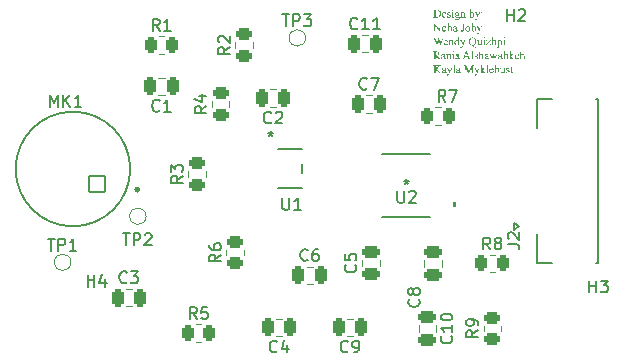
<source format=gto>
G04 #@! TF.GenerationSoftware,KiCad,Pcbnew,8.0.6*
G04 #@! TF.CreationDate,2025-01-26T18:36:01-05:00*
G04 #@! TF.ProjectId,Mic_Board_Omni_NEW,4d69635f-426f-4617-9264-5f4f6d6e695f,rev?*
G04 #@! TF.SameCoordinates,Original*
G04 #@! TF.FileFunction,Legend,Top*
G04 #@! TF.FilePolarity,Positive*
%FSLAX46Y46*%
G04 Gerber Fmt 4.6, Leading zero omitted, Abs format (unit mm)*
G04 Created by KiCad (PCBNEW 8.0.6) date 2025-01-26 18:36:01*
%MOMM*%
%LPD*%
G01*
G04 APERTURE LIST*
G04 Aperture macros list*
%AMRoundRect*
0 Rectangle with rounded corners*
0 $1 Rounding radius*
0 $2 $3 $4 $5 $6 $7 $8 $9 X,Y pos of 4 corners*
0 Add a 4 corners polygon primitive as box body*
4,1,4,$2,$3,$4,$5,$6,$7,$8,$9,$2,$3,0*
0 Add four circle primitives for the rounded corners*
1,1,$1+$1,$2,$3*
1,1,$1+$1,$4,$5*
1,1,$1+$1,$6,$7*
1,1,$1+$1,$8,$9*
0 Add four rect primitives between the rounded corners*
20,1,$1+$1,$2,$3,$4,$5,0*
20,1,$1+$1,$4,$5,$6,$7,0*
20,1,$1+$1,$6,$7,$8,$9,0*
20,1,$1+$1,$8,$9,$2,$3,0*%
G04 Aperture macros list end*
%ADD10C,0.087500*%
%ADD11C,0.150000*%
%ADD12C,0.152400*%
%ADD13C,0.000000*%
%ADD14C,0.120000*%
%ADD15C,0.127000*%
%ADD16C,0.300000*%
%ADD17C,0.010000*%
%ADD18R,1.409700X0.279400*%
%ADD19RoundRect,0.250000X0.450000X-0.262500X0.450000X0.262500X-0.450000X0.262500X-0.450000X-0.262500X0*%
%ADD20RoundRect,0.250000X0.475000X-0.250000X0.475000X0.250000X-0.475000X0.250000X-0.475000X-0.250000X0*%
%ADD21C,1.000000*%
%ADD22C,5.600000*%
%ADD23RoundRect,0.250000X-0.262500X-0.450000X0.262500X-0.450000X0.262500X0.450000X-0.262500X0.450000X0*%
%ADD24RoundRect,0.102000X-0.689000X-0.689000X0.689000X-0.689000X0.689000X0.689000X-0.689000X0.689000X0*%
%ADD25C,1.582000*%
%ADD26R,0.977900X0.508000*%
%ADD27RoundRect,0.250000X-0.475000X0.250000X-0.475000X-0.250000X0.475000X-0.250000X0.475000X0.250000X0*%
%ADD28RoundRect,0.250000X0.250000X0.475000X-0.250000X0.475000X-0.250000X-0.475000X0.250000X-0.475000X0*%
%ADD29RoundRect,0.250000X-0.250000X-0.475000X0.250000X-0.475000X0.250000X0.475000X-0.250000X0.475000X0*%
G04 APERTURE END LIST*
D10*
G36*
X164317723Y-67020998D02*
G01*
X164358966Y-67023125D01*
X164396793Y-67026889D01*
X164431207Y-67032288D01*
X164467996Y-67040928D01*
X164504703Y-67053985D01*
X164536632Y-67070706D01*
X164565697Y-67091698D01*
X164591899Y-67116960D01*
X164615238Y-67146493D01*
X164627288Y-67165286D01*
X164645342Y-67200548D01*
X164657287Y-67232609D01*
X164665975Y-67266365D01*
X164671404Y-67301816D01*
X164673576Y-67338962D01*
X164673621Y-67345318D01*
X164671605Y-67387065D01*
X164665557Y-67426609D01*
X164655477Y-67463948D01*
X164641364Y-67499084D01*
X164623219Y-67532016D01*
X164601043Y-67562743D01*
X164591043Y-67574418D01*
X164566316Y-67598460D01*
X164538555Y-67619297D01*
X164507759Y-67636928D01*
X164473928Y-67651354D01*
X164437063Y-67662574D01*
X164397163Y-67670588D01*
X164354228Y-67675397D01*
X164320035Y-67676899D01*
X164308258Y-67677000D01*
X164016755Y-67677000D01*
X164016755Y-67657851D01*
X164041374Y-67657851D01*
X164076722Y-67651226D01*
X164100017Y-67631351D01*
X164109126Y-67595981D01*
X164110617Y-67559885D01*
X164110617Y-67137589D01*
X164109021Y-67100826D01*
X164101698Y-67069714D01*
X164202941Y-67069714D01*
X164202941Y-67630496D01*
X164239168Y-67637708D01*
X164274583Y-67642557D01*
X164305352Y-67644173D01*
X164345820Y-67641390D01*
X164383619Y-67633042D01*
X164418749Y-67619127D01*
X164451211Y-67599646D01*
X164481004Y-67574600D01*
X164490341Y-67565014D01*
X164515384Y-67533288D01*
X164535245Y-67497607D01*
X164547838Y-67464851D01*
X164556833Y-67429349D01*
X164562230Y-67391100D01*
X164564030Y-67350105D01*
X164562230Y-67308831D01*
X164556833Y-67270387D01*
X164547838Y-67234773D01*
X164535245Y-67201989D01*
X164515384Y-67166384D01*
X164490341Y-67134854D01*
X164461300Y-67108068D01*
X164429313Y-67086824D01*
X164394381Y-67071123D01*
X164356504Y-67060963D01*
X164315682Y-67056344D01*
X164301420Y-67056036D01*
X164264299Y-67058294D01*
X164229805Y-67063730D01*
X164202941Y-67069714D01*
X164101698Y-67069714D01*
X164101002Y-67066755D01*
X164097110Y-67060824D01*
X164066523Y-67042605D01*
X164041374Y-67039623D01*
X164016755Y-67039623D01*
X164016755Y-67020475D01*
X164282271Y-67020475D01*
X164317723Y-67020998D01*
G37*
G36*
X164982436Y-67220510D02*
G01*
X165018313Y-67231329D01*
X165049972Y-67249938D01*
X165068733Y-67266672D01*
X165091709Y-67296896D01*
X165105819Y-67328168D01*
X165113988Y-67363585D01*
X165116263Y-67397976D01*
X164811936Y-67397976D01*
X164813457Y-67433415D01*
X164819561Y-67470993D01*
X164830329Y-67504512D01*
X164848345Y-67537851D01*
X164859637Y-67552533D01*
X164884716Y-67577068D01*
X164915459Y-67596290D01*
X164948880Y-67606640D01*
X164972648Y-67608612D01*
X165008336Y-67603997D01*
X165039705Y-67590155D01*
X165047875Y-67584505D01*
X165072130Y-67559246D01*
X165089965Y-67529014D01*
X165101388Y-67501926D01*
X165116263Y-67511672D01*
X165107546Y-67548245D01*
X165092743Y-67582952D01*
X165074476Y-67612236D01*
X165057620Y-67633231D01*
X165031814Y-67657167D01*
X164999130Y-67675920D01*
X164962577Y-67686018D01*
X164936060Y-67687942D01*
X164897816Y-67684052D01*
X164862415Y-67672383D01*
X164829856Y-67652935D01*
X164803698Y-67629537D01*
X164800139Y-67625709D01*
X164778155Y-67596436D01*
X164761571Y-67563073D01*
X164750386Y-67525620D01*
X164745096Y-67490261D01*
X164743719Y-67458500D01*
X164745134Y-67424193D01*
X164750568Y-67386254D01*
X164754887Y-67370621D01*
X164811936Y-67370621D01*
X165015903Y-67370621D01*
X165012495Y-67335544D01*
X165005816Y-67309414D01*
X164986101Y-67279614D01*
X164969912Y-67266159D01*
X164937764Y-67252137D01*
X164920160Y-67250258D01*
X164884617Y-67257246D01*
X164854697Y-67276376D01*
X164848695Y-67282059D01*
X164827452Y-67312016D01*
X164815506Y-67346982D01*
X164811936Y-67370621D01*
X164754887Y-67370621D01*
X164760076Y-67351837D01*
X164776321Y-67316135D01*
X164798112Y-67285228D01*
X164801678Y-67281204D01*
X164828442Y-67256355D01*
X164858020Y-67237610D01*
X164890413Y-67224968D01*
X164925620Y-67218429D01*
X164947002Y-67217432D01*
X164982436Y-67220510D01*
G37*
G36*
X165457519Y-67217432D02*
G01*
X165457519Y-67370621D01*
X165441618Y-67370621D01*
X165431830Y-67336962D01*
X165417792Y-67303122D01*
X165398302Y-67274591D01*
X165394773Y-67271117D01*
X165364549Y-67252218D01*
X165330104Y-67245019D01*
X165321939Y-67244787D01*
X165288160Y-67250467D01*
X165267571Y-67262739D01*
X165248177Y-67291879D01*
X165246884Y-67302575D01*
X165254157Y-67336317D01*
X165262271Y-67349250D01*
X165288796Y-67372457D01*
X165320132Y-67390093D01*
X165322965Y-67391480D01*
X165393063Y-67426016D01*
X165426240Y-67445113D01*
X165456271Y-67470129D01*
X165476959Y-67498090D01*
X165489161Y-67533652D01*
X165490687Y-67552875D01*
X165486246Y-67588522D01*
X165471101Y-67622449D01*
X165448007Y-67648489D01*
X165445209Y-67650841D01*
X165415807Y-67670406D01*
X165380957Y-67683558D01*
X165346997Y-67687905D01*
X165343482Y-67687942D01*
X165308779Y-67684866D01*
X165273341Y-67676567D01*
X165251158Y-67669306D01*
X165225341Y-67664519D01*
X165207903Y-67677000D01*
X165192173Y-67677000D01*
X165192173Y-67523810D01*
X165207903Y-67523810D01*
X165217434Y-67559353D01*
X165232561Y-67592659D01*
X165254716Y-67621774D01*
X165259364Y-67626221D01*
X165289129Y-67647163D01*
X165321491Y-67658439D01*
X165344508Y-67660586D01*
X165379555Y-67653655D01*
X165398534Y-67640925D01*
X165417078Y-67611658D01*
X165419563Y-67593566D01*
X165412152Y-67559275D01*
X165396140Y-67537317D01*
X165366894Y-67514947D01*
X165335104Y-67496124D01*
X165303133Y-67479358D01*
X165271268Y-67462261D01*
X165239913Y-67442092D01*
X165213228Y-67417869D01*
X165211835Y-67416099D01*
X165195550Y-67384769D01*
X165190143Y-67348798D01*
X165190122Y-67346173D01*
X165194526Y-67310563D01*
X165209376Y-67276555D01*
X165227393Y-67254362D01*
X165255603Y-67233336D01*
X165288985Y-67221039D01*
X165323820Y-67217432D01*
X165358598Y-67221290D01*
X165386908Y-67228374D01*
X165419563Y-67235726D01*
X165431531Y-67232307D01*
X165441618Y-67217432D01*
X165457519Y-67217432D01*
G37*
G36*
X165665760Y-66987648D02*
G01*
X165698328Y-67000271D01*
X165700125Y-67002010D01*
X165714260Y-67034177D01*
X165714316Y-67036717D01*
X165701843Y-67069755D01*
X165700125Y-67071595D01*
X165668259Y-67086070D01*
X165665760Y-67086127D01*
X165632892Y-67073355D01*
X165631053Y-67071595D01*
X165616818Y-67040481D01*
X165616692Y-67036717D01*
X165629164Y-67003808D01*
X165630882Y-67002010D01*
X165663200Y-66987705D01*
X165665760Y-66987648D01*
G37*
G36*
X165705767Y-67217432D02*
G01*
X165705767Y-67574759D01*
X165707263Y-67609637D01*
X165711751Y-67630496D01*
X165729532Y-67651012D01*
X165763315Y-67657684D01*
X165772616Y-67657851D01*
X165772616Y-67677000D01*
X165558562Y-67677000D01*
X165558562Y-67657851D01*
X165592892Y-67654861D01*
X165601817Y-67651525D01*
X165619427Y-67630667D01*
X165625410Y-67595909D01*
X165625924Y-67574759D01*
X165625924Y-67403448D01*
X165625586Y-67366797D01*
X165624083Y-67330469D01*
X165621650Y-67309756D01*
X165611050Y-67288214D01*
X165591217Y-67282059D01*
X165558562Y-67289240D01*
X165551894Y-67271801D01*
X165684567Y-67217432D01*
X165705767Y-67217432D01*
G37*
G36*
X166069716Y-67220029D02*
G01*
X166104518Y-67229005D01*
X166136014Y-67244392D01*
X166144818Y-67250258D01*
X166237997Y-67250258D01*
X166262103Y-67251455D01*
X166266891Y-67255558D01*
X166269797Y-67271117D01*
X166267404Y-67288727D01*
X166262274Y-67292659D01*
X166237997Y-67294027D01*
X166180893Y-67294027D01*
X166198272Y-67325721D01*
X166206451Y-67360687D01*
X166207735Y-67383615D01*
X166203127Y-67420864D01*
X166189302Y-67454608D01*
X166166261Y-67484845D01*
X166160547Y-67490471D01*
X166131544Y-67511877D01*
X166097429Y-67526277D01*
X166062813Y-67533196D01*
X166034200Y-67534752D01*
X165999070Y-67531906D01*
X165967351Y-67524665D01*
X165943244Y-67549253D01*
X165938628Y-67556295D01*
X165931277Y-67579376D01*
X165939141Y-67595105D01*
X165970258Y-67606047D01*
X166005362Y-67608294D01*
X166037620Y-67609295D01*
X166072289Y-67610259D01*
X166106538Y-67611551D01*
X166140763Y-67613475D01*
X166165847Y-67615963D01*
X166199252Y-67624461D01*
X166230362Y-67642610D01*
X166237313Y-67648960D01*
X166257316Y-67678624D01*
X166263958Y-67712178D01*
X166263984Y-67714613D01*
X166257964Y-67750753D01*
X166242042Y-67782276D01*
X166219205Y-67809561D01*
X166213035Y-67815485D01*
X166183284Y-67839075D01*
X166150324Y-67857784D01*
X166114154Y-67871613D01*
X166074774Y-67880561D01*
X166039505Y-67884289D01*
X166017274Y-67884899D01*
X165978108Y-67882919D01*
X165941690Y-67876980D01*
X165908021Y-67867080D01*
X165872908Y-67850918D01*
X165860666Y-67843524D01*
X165834772Y-67820832D01*
X165824591Y-67794114D01*
X165829891Y-67771375D01*
X165838170Y-67758210D01*
X165893321Y-67758210D01*
X165908997Y-67789049D01*
X165921189Y-67797875D01*
X165955407Y-67813383D01*
X165988815Y-67821653D01*
X166027588Y-67826248D01*
X166060188Y-67827282D01*
X166095860Y-67825842D01*
X166131299Y-67820670D01*
X166164373Y-67810356D01*
X166187732Y-67797191D01*
X166214409Y-67772176D01*
X166228573Y-67739451D01*
X166228935Y-67733078D01*
X166212682Y-67702551D01*
X166204316Y-67698200D01*
X166170132Y-67690301D01*
X166135364Y-67687122D01*
X166105324Y-67685890D01*
X166066501Y-67684620D01*
X166031200Y-67682989D01*
X165994468Y-67680630D01*
X165958359Y-67677334D01*
X165938970Y-67674948D01*
X165916028Y-67702429D01*
X165904776Y-67719913D01*
X165893601Y-67752677D01*
X165893321Y-67758210D01*
X165838170Y-67758210D01*
X165849183Y-67740697D01*
X165863401Y-67722478D01*
X165888063Y-67696398D01*
X165912470Y-67671187D01*
X165884095Y-67651483D01*
X165877079Y-67644686D01*
X165866821Y-67618015D01*
X165877293Y-67584374D01*
X165880498Y-67578863D01*
X165903152Y-67551636D01*
X165929140Y-67527512D01*
X165943757Y-67515091D01*
X165914049Y-67496214D01*
X165888936Y-67470015D01*
X165881695Y-67459184D01*
X165866969Y-67426295D01*
X165860490Y-67390462D01*
X165860153Y-67379683D01*
X165862414Y-67358824D01*
X165943757Y-67358824D01*
X165945798Y-67395123D01*
X165952974Y-67430774D01*
X165967005Y-67463946D01*
X165976413Y-67477990D01*
X166002905Y-67501061D01*
X166037622Y-67510101D01*
X166040013Y-67510133D01*
X166075087Y-67502316D01*
X166100024Y-67482436D01*
X166116153Y-67452114D01*
X166122788Y-67416435D01*
X166123618Y-67395241D01*
X166121545Y-67358696D01*
X166114257Y-67322590D01*
X166100005Y-67288690D01*
X166090450Y-67274194D01*
X166064326Y-67251123D01*
X166029752Y-67242083D01*
X166027362Y-67242052D01*
X165992810Y-67250158D01*
X165967693Y-67270775D01*
X165951331Y-67301765D01*
X165944599Y-67337653D01*
X165943757Y-67358824D01*
X165862414Y-67358824D01*
X165864048Y-67343746D01*
X165875733Y-67310758D01*
X165895207Y-67280719D01*
X165909392Y-67265304D01*
X165939280Y-67242163D01*
X165973550Y-67226595D01*
X166007691Y-67219115D01*
X166035568Y-67217432D01*
X166069716Y-67220029D01*
G37*
G36*
X166444016Y-67310611D02*
G01*
X166468039Y-67283767D01*
X166496393Y-67257561D01*
X166528820Y-67235267D01*
X166560543Y-67221891D01*
X166591563Y-67217432D01*
X166627045Y-67222595D01*
X166653625Y-67235726D01*
X166678245Y-67261640D01*
X166694027Y-67292981D01*
X166695000Y-67295565D01*
X166702608Y-67329774D01*
X166705341Y-67366932D01*
X166705600Y-67384983D01*
X166705600Y-67574759D01*
X166707267Y-67610193D01*
X166712267Y-67632034D01*
X166729364Y-67651012D01*
X166763513Y-67657684D01*
X166772962Y-67657851D01*
X166772962Y-67677000D01*
X166555146Y-67677000D01*
X166555146Y-67657851D01*
X166564207Y-67657851D01*
X166598907Y-67652993D01*
X166607292Y-67648448D01*
X166624389Y-67620579D01*
X166626224Y-67586143D01*
X166626270Y-67574930D01*
X166626270Y-67393018D01*
X166624734Y-67358430D01*
X166618144Y-67323151D01*
X166610540Y-67305140D01*
X166584531Y-67282156D01*
X166558053Y-67277614D01*
X166522306Y-67283775D01*
X166490219Y-67299855D01*
X166461766Y-67322527D01*
X166444016Y-67340702D01*
X166444016Y-67574930D01*
X166445180Y-67609657D01*
X166449316Y-67630667D01*
X166467780Y-67651354D01*
X166502977Y-67657622D01*
X166515652Y-67657851D01*
X166515652Y-67677000D01*
X166297836Y-67677000D01*
X166297836Y-67657851D01*
X166307411Y-67657851D01*
X166340963Y-67651106D01*
X166352889Y-67640583D01*
X166363027Y-67606776D01*
X166364685Y-67574759D01*
X166364685Y-67409773D01*
X166364461Y-67373603D01*
X166363549Y-67339419D01*
X166361095Y-67312150D01*
X166349982Y-67288385D01*
X166329979Y-67282059D01*
X166297836Y-67289240D01*
X166290655Y-67271801D01*
X166423328Y-67217432D01*
X166444016Y-67217432D01*
X166444016Y-67310611D01*
G37*
G36*
X167170809Y-67306337D02*
G01*
X167195142Y-67276123D01*
X167220185Y-67252160D01*
X167250297Y-67232105D01*
X167285894Y-67219603D01*
X167308782Y-67217432D01*
X167345582Y-67222057D01*
X167379623Y-67235933D01*
X167407566Y-67256033D01*
X167427093Y-67275904D01*
X167449159Y-67307736D01*
X167463295Y-67339990D01*
X167472604Y-67376351D01*
X167476741Y-67410786D01*
X167477529Y-67435419D01*
X167475630Y-67471264D01*
X167468337Y-67511303D01*
X167455574Y-67548096D01*
X167437342Y-67581644D01*
X167413640Y-67611946D01*
X167399738Y-67625879D01*
X167369755Y-67650062D01*
X167338299Y-67668305D01*
X167305371Y-67680608D01*
X167270971Y-67686972D01*
X167250652Y-67687942D01*
X167214325Y-67684861D01*
X167179945Y-67676427D01*
X167172519Y-67673922D01*
X167140009Y-67660217D01*
X167109499Y-67643460D01*
X167091479Y-67631863D01*
X167091479Y-67337624D01*
X167170809Y-67337624D01*
X167170809Y-67603482D01*
X167197268Y-67625815D01*
X167221416Y-67640070D01*
X167254729Y-67650649D01*
X167275101Y-67652380D01*
X167309675Y-67644394D01*
X167339836Y-67622848D01*
X167356653Y-67603995D01*
X167374918Y-67573194D01*
X167386136Y-67539956D01*
X167392630Y-67501205D01*
X167394438Y-67462774D01*
X167392630Y-67427339D01*
X167386136Y-67391470D01*
X167373184Y-67357018D01*
X167356653Y-67331640D01*
X167332036Y-67307477D01*
X167299851Y-67290295D01*
X167270826Y-67285820D01*
X167235799Y-67292043D01*
X167219877Y-67298985D01*
X167191654Y-67318566D01*
X167170809Y-67337624D01*
X167091479Y-67337624D01*
X167091479Y-67173664D01*
X167091195Y-67135837D01*
X167089933Y-67099665D01*
X167087889Y-67080827D01*
X167076605Y-67057233D01*
X167057285Y-67050907D01*
X167023604Y-67058601D01*
X167016936Y-67041675D01*
X167149096Y-66987648D01*
X167170809Y-66987648D01*
X167170809Y-67306337D01*
G37*
G36*
X167514801Y-67228374D02*
G01*
X167720136Y-67228374D01*
X167720136Y-67247523D01*
X167710048Y-67247523D01*
X167677564Y-67256926D01*
X167666793Y-67280349D01*
X167674919Y-67314734D01*
X167682522Y-67332324D01*
X167789891Y-67554756D01*
X167888370Y-67311124D01*
X167896448Y-67276940D01*
X167896577Y-67272143D01*
X167893157Y-67259149D01*
X167881189Y-67250771D01*
X167852295Y-67247523D01*
X167852295Y-67228374D01*
X167995568Y-67228374D01*
X167995568Y-67247523D01*
X167968213Y-67255217D01*
X167947013Y-67276930D01*
X167932947Y-67308562D01*
X167930771Y-67314030D01*
X167751423Y-67755133D01*
X167735520Y-67788722D01*
X167714837Y-67820238D01*
X167690981Y-67845643D01*
X167683206Y-67852073D01*
X167652119Y-67872076D01*
X167619472Y-67883328D01*
X167602337Y-67884899D01*
X167568081Y-67877303D01*
X167555662Y-67868828D01*
X167537815Y-67838421D01*
X167537369Y-67832069D01*
X167550533Y-67799927D01*
X167582708Y-67787895D01*
X167586950Y-67787788D01*
X167621891Y-67795213D01*
X167630205Y-67798217D01*
X167654141Y-67805569D01*
X167685600Y-67790353D01*
X167706023Y-67762278D01*
X167720136Y-67731539D01*
X167751423Y-67653748D01*
X167593105Y-67320698D01*
X167574780Y-67290364D01*
X167570024Y-67283598D01*
X167550362Y-67261030D01*
X167517805Y-67248257D01*
X167514801Y-67247523D01*
X167514801Y-67228374D01*
G37*
G36*
X168137644Y-67217432D02*
G01*
X168170237Y-67228630D01*
X168175258Y-67233161D01*
X168190603Y-67264041D01*
X168190987Y-67270775D01*
X168179789Y-67303489D01*
X168175258Y-67308559D01*
X168144378Y-67323738D01*
X168137644Y-67324117D01*
X168104885Y-67313041D01*
X168099860Y-67308559D01*
X168084682Y-67277513D01*
X168084302Y-67270775D01*
X168095378Y-67238182D01*
X168099860Y-67233161D01*
X168130861Y-67217816D01*
X168137644Y-67217432D01*
G37*
G36*
X168136618Y-67580743D02*
G01*
X168169712Y-67592063D01*
X168174745Y-67596644D01*
X168190090Y-67627857D01*
X168190474Y-67634599D01*
X168179154Y-67667313D01*
X168174574Y-67672383D01*
X168143406Y-67687562D01*
X168136618Y-67687942D01*
X168103904Y-67676865D01*
X168098834Y-67672383D01*
X168083656Y-67641337D01*
X168083276Y-67634599D01*
X168094352Y-67601763D01*
X168098834Y-67596644D01*
X168129881Y-67581132D01*
X168136618Y-67580743D01*
G37*
G36*
X163987006Y-68196475D02*
G01*
X164163960Y-68196475D01*
X164562662Y-68688868D01*
X164562662Y-68311196D01*
X164561066Y-68275077D01*
X164553046Y-68241727D01*
X164549155Y-68235969D01*
X164518848Y-68218484D01*
X164492906Y-68215623D01*
X164470338Y-68215623D01*
X164470338Y-68196475D01*
X164697215Y-68196475D01*
X164697215Y-68215623D01*
X164674134Y-68215623D01*
X164638786Y-68221907D01*
X164615491Y-68240756D01*
X164606382Y-68275631D01*
X164604891Y-68311367D01*
X164604891Y-68863942D01*
X164587623Y-68863942D01*
X164157805Y-68334960D01*
X164157805Y-68738279D01*
X164159320Y-68774397D01*
X164166933Y-68807747D01*
X164170628Y-68813505D01*
X164201242Y-68830990D01*
X164227048Y-68833851D01*
X164250129Y-68833851D01*
X164250129Y-68853000D01*
X164023080Y-68853000D01*
X164023080Y-68833851D01*
X164045648Y-68833851D01*
X164079509Y-68828329D01*
X164104804Y-68808718D01*
X164113914Y-68774057D01*
X164115404Y-68738450D01*
X164115404Y-68283669D01*
X164091802Y-68257410D01*
X164072320Y-68239730D01*
X164041160Y-68224002D01*
X164029406Y-68219898D01*
X163993877Y-68215690D01*
X163987006Y-68215623D01*
X163987006Y-68196475D01*
G37*
G36*
X164982436Y-68396510D02*
G01*
X165018313Y-68407329D01*
X165049972Y-68425938D01*
X165068733Y-68442672D01*
X165091709Y-68472896D01*
X165105819Y-68504168D01*
X165113988Y-68539585D01*
X165116263Y-68573976D01*
X164811936Y-68573976D01*
X164813457Y-68609415D01*
X164819561Y-68646993D01*
X164830329Y-68680512D01*
X164848345Y-68713851D01*
X164859637Y-68728533D01*
X164884716Y-68753068D01*
X164915459Y-68772290D01*
X164948880Y-68782640D01*
X164972648Y-68784612D01*
X165008336Y-68779997D01*
X165039705Y-68766155D01*
X165047875Y-68760505D01*
X165072130Y-68735246D01*
X165089965Y-68705014D01*
X165101388Y-68677926D01*
X165116263Y-68687672D01*
X165107546Y-68724245D01*
X165092743Y-68758952D01*
X165074476Y-68788236D01*
X165057620Y-68809231D01*
X165031814Y-68833167D01*
X164999130Y-68851920D01*
X164962577Y-68862018D01*
X164936060Y-68863942D01*
X164897816Y-68860052D01*
X164862415Y-68848383D01*
X164829856Y-68828935D01*
X164803698Y-68805537D01*
X164800139Y-68801709D01*
X164778155Y-68772436D01*
X164761571Y-68739073D01*
X164750386Y-68701620D01*
X164745096Y-68666261D01*
X164743719Y-68634500D01*
X164745134Y-68600193D01*
X164750568Y-68562254D01*
X164754887Y-68546621D01*
X164811936Y-68546621D01*
X165015903Y-68546621D01*
X165012495Y-68511544D01*
X165005816Y-68485414D01*
X164986101Y-68455614D01*
X164969912Y-68442159D01*
X164937764Y-68428137D01*
X164920160Y-68426258D01*
X164884617Y-68433246D01*
X164854697Y-68452376D01*
X164848695Y-68458059D01*
X164827452Y-68488016D01*
X164815506Y-68522982D01*
X164811936Y-68546621D01*
X164754887Y-68546621D01*
X164760076Y-68527837D01*
X164776321Y-68492135D01*
X164798112Y-68461228D01*
X164801678Y-68457204D01*
X164828442Y-68432355D01*
X164858020Y-68413610D01*
X164890413Y-68400968D01*
X164925620Y-68394429D01*
X164947002Y-68393432D01*
X164982436Y-68396510D01*
G37*
G36*
X165302278Y-68163648D02*
G01*
X165302278Y-68485243D01*
X165327560Y-68458550D01*
X165352682Y-68434805D01*
X165380707Y-68413495D01*
X165386737Y-68410016D01*
X165419980Y-68397076D01*
X165449312Y-68393432D01*
X165484233Y-68398647D01*
X165513768Y-68414290D01*
X165537276Y-68441133D01*
X165552096Y-68474437D01*
X165553775Y-68479943D01*
X165559969Y-68516903D01*
X165562119Y-68551101D01*
X165562827Y-68588356D01*
X165562836Y-68593467D01*
X165562836Y-68750759D01*
X165564503Y-68786321D01*
X165569504Y-68808547D01*
X165585746Y-68827012D01*
X165620752Y-68833744D01*
X165628147Y-68833851D01*
X165628147Y-68853000D01*
X165411870Y-68853000D01*
X165411870Y-68833851D01*
X165421957Y-68833851D01*
X165456480Y-68828993D01*
X165464699Y-68824448D01*
X165481625Y-68796408D01*
X165482960Y-68761715D01*
X165482993Y-68750588D01*
X165482993Y-68592612D01*
X165482398Y-68555510D01*
X165480055Y-68520925D01*
X165475471Y-68496698D01*
X165457542Y-68467031D01*
X165451706Y-68462333D01*
X165418046Y-68451057D01*
X165412383Y-68450878D01*
X165377495Y-68457414D01*
X165363314Y-68463530D01*
X165333401Y-68484258D01*
X165306684Y-68509942D01*
X165302278Y-68514650D01*
X165302278Y-68750588D01*
X165303367Y-68785956D01*
X165307236Y-68807692D01*
X165326043Y-68826328D01*
X165359623Y-68833491D01*
X165373401Y-68833851D01*
X165373401Y-68853000D01*
X165155073Y-68853000D01*
X165155073Y-68833851D01*
X165189527Y-68829487D01*
X165201235Y-68824618D01*
X165216622Y-68806325D01*
X165221975Y-68772336D01*
X165222435Y-68751101D01*
X165222435Y-68350348D01*
X165222211Y-68316047D01*
X165221169Y-68280817D01*
X165218845Y-68256998D01*
X165207732Y-68233404D01*
X165187728Y-68227078D01*
X165155073Y-68234772D01*
X165148405Y-68217846D01*
X165280052Y-68163648D01*
X165302278Y-68163648D01*
G37*
G36*
X165879347Y-68395402D02*
G01*
X165915379Y-68402968D01*
X165940851Y-68413607D01*
X165968073Y-68436189D01*
X165982739Y-68461307D01*
X165989542Y-68496196D01*
X165991322Y-68532142D01*
X165991458Y-68547818D01*
X165991458Y-68700494D01*
X165991692Y-68735904D01*
X165992919Y-68770736D01*
X165993852Y-68779482D01*
X166001716Y-68798973D01*
X166014539Y-68803760D01*
X166028046Y-68800512D01*
X166055181Y-68776853D01*
X166066856Y-68765292D01*
X166066856Y-68792305D01*
X166043523Y-68820218D01*
X166017418Y-68843724D01*
X165985628Y-68860514D01*
X165963932Y-68863942D01*
X165931100Y-68852257D01*
X165926489Y-68847528D01*
X165913751Y-68814132D01*
X165912128Y-68791792D01*
X165884854Y-68812570D01*
X165856905Y-68833081D01*
X165828114Y-68851760D01*
X165826985Y-68852316D01*
X165793165Y-68862307D01*
X165771591Y-68863942D01*
X165737153Y-68858693D01*
X165705999Y-68841302D01*
X165696364Y-68832141D01*
X165677213Y-68802974D01*
X165667826Y-68767147D01*
X165666786Y-68748366D01*
X165669927Y-68725114D01*
X165747655Y-68725114D01*
X165753493Y-68759024D01*
X165768342Y-68783415D01*
X165796606Y-68803250D01*
X165815872Y-68806496D01*
X165849408Y-68798454D01*
X165880390Y-68781324D01*
X165908421Y-68760767D01*
X165912128Y-68757769D01*
X165912128Y-68587654D01*
X165879013Y-68601203D01*
X165846666Y-68615135D01*
X165818265Y-68629029D01*
X165789178Y-68648238D01*
X165764944Y-68672532D01*
X165763897Y-68673994D01*
X165749574Y-68706500D01*
X165747655Y-68725114D01*
X165669927Y-68725114D01*
X165671384Y-68714333D01*
X165681318Y-68691604D01*
X165704085Y-68663302D01*
X165732456Y-68640189D01*
X165749706Y-68629029D01*
X165782323Y-68611487D01*
X165814760Y-68596459D01*
X165847487Y-68582614D01*
X165884757Y-68567880D01*
X165912128Y-68557563D01*
X165912128Y-68539953D01*
X165910464Y-68505760D01*
X165903071Y-68470478D01*
X165891099Y-68448484D01*
X165861628Y-68428301D01*
X165830404Y-68423523D01*
X165795910Y-68430886D01*
X165782191Y-68440620D01*
X165764772Y-68470464D01*
X165763897Y-68479943D01*
X165764923Y-68509179D01*
X165755655Y-68542617D01*
X165753639Y-68545083D01*
X165724061Y-68557563D01*
X165694996Y-68544570D01*
X165683756Y-68511621D01*
X165683712Y-68508837D01*
X165690682Y-68474988D01*
X165709487Y-68445796D01*
X165725942Y-68429678D01*
X165755764Y-68410564D01*
X165788287Y-68399414D01*
X165826191Y-68393998D01*
X165844766Y-68393432D01*
X165879347Y-68395402D01*
G37*
G36*
X166409651Y-68215623D02*
G01*
X166409651Y-68196475D01*
X166689016Y-68196475D01*
X166689016Y-68215623D01*
X166665422Y-68215623D01*
X166630971Y-68221522D01*
X166607292Y-68239217D01*
X166597585Y-68272679D01*
X166595677Y-68309464D01*
X166595666Y-68313076D01*
X166595666Y-68631593D01*
X166594661Y-68666535D01*
X166591130Y-68701707D01*
X166584225Y-68735647D01*
X166579595Y-68750588D01*
X166564248Y-68783166D01*
X166542313Y-68812426D01*
X166524030Y-68830090D01*
X166495035Y-68849363D01*
X166462122Y-68860636D01*
X166428799Y-68863942D01*
X166392970Y-68859786D01*
X166360999Y-68844858D01*
X166357676Y-68842228D01*
X166335977Y-68814274D01*
X166331688Y-68792647D01*
X166342207Y-68759608D01*
X166343656Y-68758111D01*
X166375539Y-68743806D01*
X166380757Y-68743579D01*
X166408283Y-68753495D01*
X166428280Y-68782410D01*
X166439399Y-68805812D01*
X166463560Y-68830720D01*
X166467780Y-68831115D01*
X166492058Y-68815215D01*
X166502240Y-68781797D01*
X166503342Y-68758966D01*
X166503342Y-68313247D01*
X166502326Y-68278549D01*
X166497187Y-68247937D01*
X166477013Y-68227249D01*
X166443228Y-68216180D01*
X166433244Y-68215623D01*
X166409651Y-68215623D01*
G37*
G36*
X166974750Y-68396125D02*
G01*
X167008091Y-68404203D01*
X167043479Y-68420435D01*
X167075088Y-68443997D01*
X167099173Y-68470027D01*
X167119225Y-68499533D01*
X167134352Y-68530904D01*
X167144554Y-68564141D01*
X167149830Y-68599243D01*
X167150635Y-68620138D01*
X167147863Y-68657565D01*
X167140629Y-68691477D01*
X167128905Y-68725605D01*
X167122254Y-68740843D01*
X167104599Y-68772809D01*
X167083563Y-68800042D01*
X167056224Y-68824749D01*
X167044120Y-68832996D01*
X167011923Y-68849315D01*
X166977522Y-68859590D01*
X166940917Y-68863821D01*
X166933332Y-68863942D01*
X166897454Y-68861129D01*
X166859228Y-68850736D01*
X166824913Y-68832686D01*
X166794508Y-68806979D01*
X166775184Y-68783928D01*
X166755865Y-68753671D01*
X166741291Y-68721844D01*
X166731462Y-68688446D01*
X166726378Y-68653478D01*
X166725603Y-68632790D01*
X166727983Y-68598511D01*
X166729037Y-68593467D01*
X166815020Y-68593467D01*
X166816361Y-68628940D01*
X166821313Y-68667940D01*
X166829914Y-68704370D01*
X166842163Y-68738232D01*
X166853147Y-68760847D01*
X166873813Y-68791589D01*
X166900689Y-68815675D01*
X166935057Y-68829400D01*
X166954019Y-68831115D01*
X166989234Y-68824710D01*
X167019030Y-68805495D01*
X167030956Y-68792305D01*
X167048185Y-68759037D01*
X167056962Y-68722020D01*
X167060478Y-68687134D01*
X167061217Y-68658949D01*
X167059986Y-68623208D01*
X167055257Y-68583569D01*
X167046983Y-68547477D01*
X167035162Y-68514932D01*
X167016889Y-68481444D01*
X167010781Y-68472762D01*
X166985071Y-68446286D01*
X166952000Y-68429937D01*
X166923757Y-68426258D01*
X166890175Y-68432885D01*
X166872466Y-68441646D01*
X166846699Y-68466067D01*
X166830921Y-68495159D01*
X166820626Y-68529859D01*
X166816014Y-68564819D01*
X166815020Y-68593467D01*
X166729037Y-68593467D01*
X166735124Y-68564341D01*
X166747025Y-68530278D01*
X166755694Y-68511401D01*
X166774108Y-68479955D01*
X166798057Y-68450884D01*
X166825679Y-68427990D01*
X166834682Y-68422326D01*
X166865917Y-68407089D01*
X166901588Y-68396846D01*
X166938632Y-68393432D01*
X166974750Y-68396125D01*
G37*
G36*
X167333572Y-68482337D02*
G01*
X167357906Y-68452123D01*
X167382948Y-68428160D01*
X167413061Y-68408105D01*
X167448657Y-68395603D01*
X167471545Y-68393432D01*
X167508345Y-68398057D01*
X167542387Y-68411933D01*
X167570330Y-68432033D01*
X167589856Y-68451904D01*
X167611922Y-68483736D01*
X167626058Y-68515990D01*
X167635367Y-68552351D01*
X167639505Y-68586786D01*
X167640293Y-68611419D01*
X167638393Y-68647264D01*
X167631100Y-68687303D01*
X167618338Y-68724096D01*
X167600105Y-68757644D01*
X167576403Y-68787946D01*
X167562501Y-68801879D01*
X167532518Y-68826062D01*
X167501063Y-68844305D01*
X167468135Y-68856608D01*
X167433734Y-68862972D01*
X167413415Y-68863942D01*
X167377088Y-68860861D01*
X167342709Y-68852427D01*
X167335282Y-68849922D01*
X167302772Y-68836217D01*
X167272262Y-68819460D01*
X167254242Y-68807863D01*
X167254242Y-68513624D01*
X167333572Y-68513624D01*
X167333572Y-68779482D01*
X167360032Y-68801815D01*
X167384180Y-68816070D01*
X167417492Y-68826649D01*
X167437864Y-68828380D01*
X167472438Y-68820394D01*
X167502600Y-68798848D01*
X167519417Y-68779995D01*
X167537682Y-68749194D01*
X167548899Y-68715956D01*
X167555393Y-68677205D01*
X167557201Y-68638774D01*
X167555393Y-68603339D01*
X167548899Y-68567470D01*
X167535947Y-68533018D01*
X167519417Y-68507640D01*
X167494800Y-68483477D01*
X167462615Y-68466295D01*
X167433590Y-68461820D01*
X167398562Y-68468043D01*
X167382641Y-68474985D01*
X167354417Y-68494566D01*
X167333572Y-68513624D01*
X167254242Y-68513624D01*
X167254242Y-68349664D01*
X167253958Y-68311837D01*
X167252696Y-68275665D01*
X167250652Y-68256827D01*
X167239368Y-68233233D01*
X167220048Y-68226907D01*
X167186367Y-68234601D01*
X167179699Y-68217675D01*
X167311859Y-68163648D01*
X167333572Y-68163648D01*
X167333572Y-68482337D01*
G37*
G36*
X167677564Y-68404374D02*
G01*
X167882899Y-68404374D01*
X167882899Y-68423523D01*
X167872812Y-68423523D01*
X167840327Y-68432926D01*
X167829556Y-68456349D01*
X167837682Y-68490734D01*
X167845286Y-68508324D01*
X167952655Y-68730756D01*
X168051133Y-68487124D01*
X168059212Y-68452940D01*
X168059340Y-68448143D01*
X168055921Y-68435149D01*
X168043953Y-68426771D01*
X168015059Y-68423523D01*
X168015059Y-68404374D01*
X168158332Y-68404374D01*
X168158332Y-68423523D01*
X168130976Y-68431217D01*
X168109776Y-68452930D01*
X168095710Y-68484562D01*
X168093534Y-68490030D01*
X167914187Y-68931133D01*
X167898284Y-68964722D01*
X167877600Y-68996238D01*
X167853745Y-69021643D01*
X167845969Y-69028073D01*
X167814882Y-69048076D01*
X167782236Y-69059328D01*
X167765101Y-69060899D01*
X167730845Y-69053303D01*
X167718426Y-69044828D01*
X167700579Y-69014421D01*
X167700132Y-69008069D01*
X167713297Y-68975927D01*
X167745471Y-68963895D01*
X167749713Y-68963788D01*
X167784655Y-68971213D01*
X167792969Y-68974217D01*
X167816905Y-68981569D01*
X167848363Y-68966353D01*
X167868786Y-68938278D01*
X167882899Y-68907539D01*
X167914187Y-68829748D01*
X167755868Y-68496698D01*
X167737543Y-68466364D01*
X167732787Y-68459598D01*
X167713126Y-68437030D01*
X167680568Y-68424257D01*
X167677564Y-68423523D01*
X167677564Y-68404374D01*
G37*
G36*
X164921870Y-69372475D02*
G01*
X164921870Y-69391623D01*
X164887909Y-69397258D01*
X164880495Y-69400856D01*
X164855673Y-69426077D01*
X164850233Y-69434879D01*
X164835808Y-69468496D01*
X164823583Y-69503581D01*
X164819801Y-69515064D01*
X164638060Y-70039942D01*
X164618911Y-70039942D01*
X164470338Y-69622775D01*
X164322620Y-70039942D01*
X164305352Y-70039942D01*
X164111643Y-69499163D01*
X164099625Y-69466178D01*
X164086856Y-69433544D01*
X164084117Y-69427698D01*
X164061006Y-69402263D01*
X164057958Y-69400514D01*
X164023221Y-69391936D01*
X164012993Y-69391623D01*
X164012993Y-69372475D01*
X164254403Y-69372475D01*
X164254403Y-69391623D01*
X164242777Y-69391623D01*
X164209281Y-69399298D01*
X164203796Y-69403249D01*
X164190460Y-69430946D01*
X164197934Y-69466273D01*
X164209093Y-69500830D01*
X164211660Y-69508225D01*
X164339888Y-69873417D01*
X164448112Y-69562080D01*
X164428963Y-69507712D01*
X164413576Y-69464115D01*
X164397839Y-69432867D01*
X164391008Y-69422227D01*
X164375621Y-69406840D01*
X164351514Y-69394530D01*
X164322620Y-69391623D01*
X164322620Y-69372475D01*
X164576510Y-69372475D01*
X164576510Y-69391623D01*
X164559242Y-69391623D01*
X164524939Y-69399298D01*
X164519748Y-69403249D01*
X164507267Y-69434366D01*
X164513396Y-69470620D01*
X164523892Y-69505033D01*
X164528981Y-69519680D01*
X164653960Y-69873417D01*
X164778084Y-69514893D01*
X164789174Y-69481280D01*
X164797799Y-69446227D01*
X164799113Y-69432485D01*
X164792103Y-69411798D01*
X164774665Y-69398291D01*
X164739402Y-69391942D01*
X164727135Y-69391623D01*
X164727135Y-69372475D01*
X164921870Y-69372475D01*
G37*
G36*
X165121263Y-69572510D02*
G01*
X165157141Y-69583329D01*
X165188799Y-69601938D01*
X165207561Y-69618672D01*
X165230536Y-69648896D01*
X165244647Y-69680168D01*
X165252816Y-69715585D01*
X165255090Y-69749976D01*
X164950764Y-69749976D01*
X164952284Y-69785415D01*
X164958389Y-69822993D01*
X164969156Y-69856512D01*
X164987172Y-69889851D01*
X164998464Y-69904533D01*
X165023543Y-69929068D01*
X165054286Y-69948290D01*
X165087707Y-69958640D01*
X165111475Y-69960612D01*
X165147164Y-69955997D01*
X165178533Y-69942155D01*
X165186702Y-69936505D01*
X165210958Y-69911246D01*
X165228793Y-69881014D01*
X165240216Y-69853926D01*
X165255090Y-69863672D01*
X165246373Y-69900245D01*
X165231570Y-69934952D01*
X165213303Y-69964236D01*
X165196448Y-69985231D01*
X165170642Y-70009167D01*
X165137957Y-70027920D01*
X165101405Y-70038018D01*
X165074888Y-70039942D01*
X165036644Y-70036052D01*
X165001243Y-70024383D01*
X164968683Y-70004935D01*
X164942526Y-69981537D01*
X164938967Y-69977709D01*
X164916983Y-69948436D01*
X164900398Y-69915073D01*
X164889213Y-69877620D01*
X164883924Y-69842261D01*
X164882547Y-69810500D01*
X164883962Y-69776193D01*
X164889395Y-69738254D01*
X164893714Y-69722621D01*
X164950764Y-69722621D01*
X165154731Y-69722621D01*
X165151322Y-69687544D01*
X165144644Y-69661414D01*
X165124929Y-69631614D01*
X165108740Y-69618159D01*
X165076591Y-69604137D01*
X165058988Y-69602258D01*
X165023445Y-69609246D01*
X164993525Y-69628376D01*
X164987522Y-69634059D01*
X164966279Y-69664016D01*
X164954334Y-69698982D01*
X164950764Y-69722621D01*
X164893714Y-69722621D01*
X164898904Y-69703837D01*
X164915148Y-69668135D01*
X164936940Y-69637228D01*
X164940505Y-69633204D01*
X164967270Y-69608355D01*
X164996848Y-69589610D01*
X165029241Y-69576968D01*
X165064448Y-69570429D01*
X165085830Y-69569432D01*
X165121263Y-69572510D01*
G37*
G36*
X165440080Y-69662611D02*
G01*
X165464103Y-69635767D01*
X165492458Y-69609561D01*
X165524884Y-69587267D01*
X165556607Y-69573891D01*
X165587627Y-69569432D01*
X165623109Y-69574595D01*
X165649689Y-69587726D01*
X165674309Y-69613640D01*
X165690092Y-69644981D01*
X165691064Y-69647565D01*
X165698672Y-69681774D01*
X165701405Y-69718932D01*
X165701664Y-69736983D01*
X165701664Y-69926759D01*
X165703331Y-69962193D01*
X165708332Y-69984034D01*
X165725429Y-70003012D01*
X165759577Y-70009684D01*
X165769026Y-70009851D01*
X165769026Y-70029000D01*
X165551210Y-70029000D01*
X165551210Y-70009851D01*
X165560272Y-70009851D01*
X165594971Y-70004993D01*
X165603356Y-70000448D01*
X165620453Y-69972579D01*
X165622288Y-69938143D01*
X165622334Y-69926930D01*
X165622334Y-69745018D01*
X165620798Y-69710430D01*
X165614208Y-69675151D01*
X165606605Y-69657140D01*
X165580595Y-69634156D01*
X165554117Y-69629614D01*
X165518370Y-69635775D01*
X165486284Y-69651855D01*
X165457830Y-69674527D01*
X165440080Y-69692702D01*
X165440080Y-69926930D01*
X165441244Y-69961657D01*
X165445380Y-69982667D01*
X165463845Y-70003354D01*
X165499042Y-70009622D01*
X165511716Y-70009851D01*
X165511716Y-70029000D01*
X165293900Y-70029000D01*
X165293900Y-70009851D01*
X165303475Y-70009851D01*
X165337028Y-70003106D01*
X165348953Y-69992583D01*
X165359091Y-69958776D01*
X165360750Y-69926759D01*
X165360750Y-69761773D01*
X165360525Y-69725603D01*
X165359614Y-69691419D01*
X165357159Y-69664150D01*
X165346046Y-69640385D01*
X165326043Y-69634059D01*
X165293900Y-69641240D01*
X165286720Y-69623801D01*
X165419392Y-69569432D01*
X165440080Y-69569432D01*
X165440080Y-69662611D01*
G37*
G36*
X166191835Y-69851020D02*
G01*
X166192059Y-69886133D01*
X166193101Y-69922060D01*
X166195425Y-69946079D01*
X166206880Y-69970015D01*
X166225516Y-69976683D01*
X166260052Y-69968476D01*
X166265352Y-69985402D01*
X166134560Y-70039942D01*
X166112505Y-70039942D01*
X166112505Y-69976854D01*
X166086504Y-70001087D01*
X166057134Y-70021266D01*
X166049417Y-70025238D01*
X166015368Y-70036711D01*
X165983080Y-70039942D01*
X165948149Y-70036148D01*
X165915505Y-70024768D01*
X165885147Y-70005801D01*
X165857076Y-69979247D01*
X165836091Y-69950974D01*
X165820260Y-69919412D01*
X165809584Y-69884562D01*
X165804062Y-69846422D01*
X165803220Y-69823152D01*
X165805318Y-69787947D01*
X165805763Y-69785538D01*
X165891270Y-69785538D01*
X165892754Y-69820671D01*
X165898239Y-69857602D01*
X165909456Y-69894459D01*
X165925952Y-69925610D01*
X165933499Y-69935821D01*
X165958107Y-69961028D01*
X165987225Y-69979361D01*
X166021415Y-69987763D01*
X166027875Y-69987967D01*
X166062957Y-69980687D01*
X166094489Y-69961044D01*
X166112505Y-69943856D01*
X166112505Y-69714586D01*
X166105556Y-69679303D01*
X166095066Y-69654404D01*
X166074696Y-69626824D01*
X166056939Y-69613371D01*
X166024748Y-69600875D01*
X166010436Y-69599523D01*
X165975219Y-69606853D01*
X165945624Y-69626787D01*
X165935038Y-69637820D01*
X165913880Y-69669965D01*
X165900887Y-69704715D01*
X165894005Y-69739889D01*
X165891312Y-69779514D01*
X165891270Y-69785538D01*
X165805763Y-69785538D01*
X165811611Y-69753885D01*
X165822100Y-69720964D01*
X165836784Y-69689186D01*
X165855663Y-69658550D01*
X165862889Y-69648591D01*
X165886460Y-69621690D01*
X165916984Y-69597339D01*
X165950764Y-69580564D01*
X165987801Y-69571365D01*
X166016249Y-69569432D01*
X166050700Y-69573055D01*
X166084006Y-69585410D01*
X166112505Y-69606533D01*
X166112505Y-69525151D01*
X166112221Y-69487338D01*
X166110958Y-69451226D01*
X166108914Y-69432485D01*
X166097630Y-69408891D01*
X166078311Y-69402565D01*
X166045143Y-69410259D01*
X166038817Y-69393504D01*
X166170122Y-69339648D01*
X166191835Y-69339648D01*
X166191835Y-69851020D01*
G37*
G36*
X166266036Y-69580374D02*
G01*
X166471371Y-69580374D01*
X166471371Y-69599523D01*
X166461284Y-69599523D01*
X166428799Y-69608926D01*
X166418028Y-69632349D01*
X166426154Y-69666734D01*
X166433757Y-69684324D01*
X166541127Y-69906756D01*
X166639605Y-69663124D01*
X166647684Y-69628940D01*
X166647812Y-69624143D01*
X166644392Y-69611149D01*
X166632424Y-69602771D01*
X166603531Y-69599523D01*
X166603531Y-69580374D01*
X166746803Y-69580374D01*
X166746803Y-69599523D01*
X166719448Y-69607217D01*
X166698248Y-69628930D01*
X166684182Y-69660562D01*
X166682006Y-69666030D01*
X166502658Y-70107133D01*
X166486756Y-70140722D01*
X166466072Y-70172238D01*
X166442217Y-70197643D01*
X166434441Y-70204073D01*
X166403354Y-70224076D01*
X166370707Y-70235328D01*
X166353572Y-70236899D01*
X166319316Y-70229303D01*
X166306898Y-70220828D01*
X166289050Y-70190421D01*
X166288604Y-70184069D01*
X166301769Y-70151927D01*
X166333943Y-70139895D01*
X166338185Y-70139788D01*
X166373127Y-70147213D01*
X166381441Y-70150217D01*
X166405376Y-70157569D01*
X166436835Y-70142353D01*
X166457258Y-70114278D01*
X166471371Y-70083539D01*
X166502658Y-70005748D01*
X166344340Y-69672698D01*
X166326015Y-69642364D01*
X166321259Y-69635598D01*
X166301598Y-69613030D01*
X166269040Y-69600257D01*
X166266036Y-69599523D01*
X166266036Y-69580374D01*
G37*
G36*
X167392530Y-69363916D02*
G01*
X167429977Y-69371066D01*
X167465747Y-69382983D01*
X167499838Y-69399667D01*
X167532251Y-69421118D01*
X167562987Y-69447335D01*
X167574811Y-69459157D01*
X167601753Y-69490854D01*
X167624129Y-69525040D01*
X167641938Y-69561713D01*
X167655180Y-69600875D01*
X167663857Y-69642524D01*
X167667510Y-69677634D01*
X167668332Y-69705011D01*
X167666704Y-69741956D01*
X167661820Y-69777457D01*
X167653681Y-69811513D01*
X167642285Y-69844125D01*
X167627634Y-69875293D01*
X167609728Y-69905016D01*
X167601653Y-69916501D01*
X167579889Y-69943497D01*
X167551182Y-69972124D01*
X167519650Y-69996640D01*
X167485293Y-70017044D01*
X167448111Y-70033337D01*
X167428461Y-70039942D01*
X167447138Y-70069981D01*
X167469627Y-70101061D01*
X167492868Y-70127871D01*
X167520352Y-70153281D01*
X167534462Y-70163895D01*
X167563912Y-70181686D01*
X167595327Y-70195225D01*
X167628709Y-70204511D01*
X167664057Y-70209544D01*
X167664057Y-70225957D01*
X167626013Y-70222866D01*
X167590969Y-70217189D01*
X167554772Y-70208756D01*
X167522152Y-70199115D01*
X167489534Y-70187593D01*
X167457652Y-70174272D01*
X167426506Y-70159151D01*
X167396097Y-70142230D01*
X167379050Y-70131752D01*
X167350396Y-70112633D01*
X167319833Y-70090121D01*
X167291599Y-70066904D01*
X167265694Y-70042981D01*
X167262620Y-70039942D01*
X167229794Y-70025708D01*
X167197156Y-70009185D01*
X167166221Y-69990191D01*
X167152857Y-69980444D01*
X167125171Y-69955600D01*
X167100754Y-69928084D01*
X167079607Y-69897898D01*
X167061730Y-69865039D01*
X167047593Y-69829210D01*
X167038536Y-69795318D01*
X167032572Y-69759053D01*
X167029701Y-69720416D01*
X167029431Y-69703986D01*
X167139521Y-69703986D01*
X167140587Y-69742598D01*
X167143785Y-69778935D01*
X167149115Y-69812995D01*
X167158774Y-69852370D01*
X167171765Y-69888188D01*
X167188086Y-69920451D01*
X167207739Y-69949157D01*
X167232488Y-69974938D01*
X167264780Y-69996648D01*
X167301346Y-70010088D01*
X167336848Y-70015063D01*
X167347592Y-70015322D01*
X167385484Y-70012156D01*
X167420021Y-70002657D01*
X167451204Y-69986827D01*
X167479033Y-69964664D01*
X167493429Y-69949157D01*
X167515450Y-69917120D01*
X167532915Y-69879866D01*
X167543989Y-69844835D01*
X167551899Y-69806182D01*
X167556645Y-69763905D01*
X167558164Y-69727475D01*
X167558227Y-69718005D01*
X167557359Y-69682206D01*
X167554025Y-69641638D01*
X167548191Y-69603678D01*
X167539856Y-69568328D01*
X167529021Y-69535586D01*
X167522665Y-69520193D01*
X167505844Y-69487962D01*
X167483792Y-69458209D01*
X167458200Y-69434835D01*
X167449832Y-69429066D01*
X167417233Y-69412421D01*
X167381966Y-69402685D01*
X167347592Y-69399830D01*
X167310989Y-69402841D01*
X167277627Y-69411873D01*
X167243465Y-69429568D01*
X167217044Y-69451503D01*
X167206713Y-69462747D01*
X167183878Y-69495243D01*
X167168458Y-69526813D01*
X167156319Y-69562465D01*
X167147461Y-69602200D01*
X167142737Y-69636927D01*
X167140112Y-69674266D01*
X167139521Y-69703986D01*
X167029431Y-69703986D01*
X167029417Y-69703131D01*
X167030897Y-69667150D01*
X167035337Y-69632723D01*
X167045049Y-69591876D01*
X167059386Y-69553459D01*
X167078348Y-69517471D01*
X167101935Y-69483912D01*
X167124134Y-69458815D01*
X167154706Y-69430789D01*
X167187223Y-69407514D01*
X167221685Y-69388988D01*
X167258092Y-69375213D01*
X167296444Y-69366188D01*
X167336741Y-69361913D01*
X167353405Y-69361533D01*
X167392530Y-69363916D01*
G37*
G36*
X168118667Y-69580374D02*
G01*
X168118667Y-69850507D01*
X168118891Y-69885470D01*
X168119932Y-69921262D01*
X168122257Y-69945224D01*
X168133883Y-69969331D01*
X168152348Y-69976170D01*
X168186029Y-69967963D01*
X168192868Y-69984889D01*
X168061050Y-70039942D01*
X168039337Y-70039942D01*
X168039337Y-69946592D01*
X168012708Y-69974514D01*
X167986736Y-69999105D01*
X167958670Y-70020659D01*
X167952826Y-70024041D01*
X167920253Y-70036448D01*
X167889909Y-70039942D01*
X167855287Y-70034556D01*
X167825624Y-70018399D01*
X167801421Y-69991903D01*
X167787840Y-69962834D01*
X167780710Y-69927664D01*
X167777910Y-69892455D01*
X167777411Y-69866578D01*
X167777411Y-69667911D01*
X167774178Y-69633787D01*
X167770572Y-69624314D01*
X167750568Y-69605678D01*
X167715067Y-69599583D01*
X167702868Y-69599523D01*
X167702868Y-69580374D01*
X167857083Y-69580374D01*
X167857083Y-69878546D01*
X167859170Y-69913268D01*
X167869104Y-69947853D01*
X167878454Y-69960270D01*
X167908788Y-69977019D01*
X167930258Y-69979760D01*
X167964366Y-69972451D01*
X167977103Y-69966766D01*
X168005741Y-69947661D01*
X168032660Y-69923388D01*
X168039337Y-69916672D01*
X168039337Y-69665004D01*
X168035009Y-69630233D01*
X168025659Y-69613884D01*
X167992872Y-69601366D01*
X167968726Y-69599523D01*
X167968726Y-69580374D01*
X168118667Y-69580374D01*
G37*
G36*
X168334260Y-69339648D02*
G01*
X168366828Y-69352271D01*
X168368625Y-69354010D01*
X168382760Y-69386177D01*
X168382815Y-69388717D01*
X168370343Y-69421755D01*
X168368625Y-69423595D01*
X168336758Y-69438070D01*
X168334260Y-69438127D01*
X168301391Y-69425355D01*
X168299553Y-69423595D01*
X168285318Y-69392481D01*
X168285191Y-69388717D01*
X168297664Y-69355808D01*
X168299382Y-69354010D01*
X168331699Y-69339705D01*
X168334260Y-69339648D01*
G37*
G36*
X168374267Y-69569432D02*
G01*
X168374267Y-69926759D01*
X168375763Y-69961637D01*
X168380251Y-69982496D01*
X168398032Y-70003012D01*
X168431815Y-70009684D01*
X168441116Y-70009851D01*
X168441116Y-70029000D01*
X168227062Y-70029000D01*
X168227062Y-70009851D01*
X168261391Y-70006861D01*
X168270317Y-70003525D01*
X168287927Y-69982667D01*
X168293910Y-69947909D01*
X168294424Y-69926759D01*
X168294424Y-69755448D01*
X168294086Y-69718797D01*
X168292583Y-69682469D01*
X168290150Y-69661756D01*
X168279549Y-69640214D01*
X168259717Y-69634059D01*
X168227062Y-69641240D01*
X168220394Y-69623801D01*
X168353066Y-69569432D01*
X168374267Y-69569432D01*
G37*
G36*
X168877260Y-69886752D02*
G01*
X168871960Y-70029000D01*
X168483346Y-70029000D01*
X168483346Y-70011390D01*
X168775704Y-69613200D01*
X168631577Y-69613200D01*
X168596888Y-69614346D01*
X168570369Y-69619184D01*
X168546946Y-69641752D01*
X168535374Y-69674012D01*
X168531901Y-69700737D01*
X168512752Y-69700737D01*
X168515659Y-69580374D01*
X168884954Y-69580374D01*
X168884954Y-69598497D01*
X168589689Y-69996173D01*
X168750230Y-69996173D01*
X168785959Y-69994706D01*
X168818789Y-69987283D01*
X168844259Y-69962498D01*
X168847854Y-69955824D01*
X168856536Y-69921149D01*
X168860847Y-69886752D01*
X168877260Y-69886752D01*
G37*
G36*
X169058831Y-69339648D02*
G01*
X169058831Y-69661243D01*
X169084113Y-69634550D01*
X169109234Y-69610805D01*
X169137260Y-69589495D01*
X169143290Y-69586016D01*
X169176533Y-69573076D01*
X169205865Y-69569432D01*
X169240785Y-69574647D01*
X169270321Y-69590290D01*
X169293829Y-69617133D01*
X169308649Y-69650437D01*
X169310327Y-69655943D01*
X169316522Y-69692903D01*
X169318672Y-69727101D01*
X169319380Y-69764356D01*
X169319389Y-69769467D01*
X169319389Y-69926759D01*
X169321056Y-69962321D01*
X169326057Y-69984547D01*
X169342299Y-70003012D01*
X169377305Y-70009744D01*
X169384699Y-70009851D01*
X169384699Y-70029000D01*
X169168422Y-70029000D01*
X169168422Y-70009851D01*
X169178510Y-70009851D01*
X169213033Y-70004993D01*
X169221252Y-70000448D01*
X169238178Y-69972408D01*
X169239513Y-69937715D01*
X169239546Y-69926588D01*
X169239546Y-69768612D01*
X169238951Y-69731510D01*
X169236607Y-69696925D01*
X169232023Y-69672698D01*
X169214095Y-69643031D01*
X169208258Y-69638333D01*
X169174599Y-69627057D01*
X169168935Y-69626878D01*
X169134048Y-69633414D01*
X169119867Y-69639530D01*
X169089953Y-69660258D01*
X169063236Y-69685942D01*
X169058831Y-69690650D01*
X169058831Y-69926588D01*
X169059920Y-69961956D01*
X169063789Y-69983692D01*
X169082595Y-70002328D01*
X169116176Y-70009491D01*
X169129954Y-70009851D01*
X169129954Y-70029000D01*
X168911625Y-70029000D01*
X168911625Y-70009851D01*
X168946080Y-70005487D01*
X168957787Y-70000618D01*
X168973175Y-69982325D01*
X168978528Y-69948336D01*
X168978988Y-69927101D01*
X168978988Y-69526348D01*
X168978763Y-69492047D01*
X168977722Y-69456817D01*
X168975397Y-69432998D01*
X168964284Y-69409404D01*
X168944281Y-69403078D01*
X168911625Y-69410772D01*
X168904958Y-69393846D01*
X169036605Y-69339648D01*
X169058831Y-69339648D01*
G37*
G36*
X169541137Y-69672356D02*
G01*
X169560385Y-69642485D01*
X169583946Y-69613652D01*
X169609696Y-69591829D01*
X169640453Y-69576519D01*
X169674931Y-69569629D01*
X169682016Y-69569432D01*
X169717655Y-69573571D01*
X169749750Y-69585986D01*
X169778303Y-69606677D01*
X169792634Y-69621749D01*
X169813818Y-69651581D01*
X169829800Y-69685127D01*
X169840578Y-69722388D01*
X169845675Y-69757282D01*
X169847002Y-69788445D01*
X169845408Y-69823376D01*
X169839285Y-69862726D01*
X169828570Y-69899275D01*
X169813263Y-69933022D01*
X169793363Y-69963969D01*
X169781692Y-69978392D01*
X169756796Y-70002375D01*
X169725079Y-70022571D01*
X169689878Y-70035073D01*
X169651193Y-70039881D01*
X169646113Y-70039942D01*
X169610945Y-70037095D01*
X169584563Y-70029854D01*
X169554318Y-70011955D01*
X169541137Y-70000960D01*
X169541137Y-70134317D01*
X169542339Y-70169136D01*
X169546608Y-70191250D01*
X169565928Y-70210570D01*
X169600969Y-70217407D01*
X169615680Y-70217750D01*
X169615680Y-70236899D01*
X169384870Y-70236899D01*
X169384870Y-70217750D01*
X169397009Y-70217750D01*
X169430972Y-70212747D01*
X169442145Y-70207663D01*
X169456336Y-70190395D01*
X169461059Y-70154536D01*
X169461465Y-70130214D01*
X169461465Y-69711166D01*
X169461207Y-69701934D01*
X169541137Y-69701934D01*
X169541137Y-69868117D01*
X169541762Y-69903315D01*
X169545309Y-69937804D01*
X169545582Y-69938898D01*
X169560371Y-69969987D01*
X169578408Y-69988480D01*
X169610195Y-70005155D01*
X169644574Y-70009851D01*
X169680617Y-70003587D01*
X169710679Y-69984794D01*
X169722536Y-69971896D01*
X169741380Y-69940897D01*
X169752952Y-69907961D01*
X169759652Y-69869961D01*
X169761517Y-69832555D01*
X169759961Y-69795996D01*
X169754209Y-69757522D01*
X169744220Y-69723548D01*
X169727614Y-69690230D01*
X169717236Y-69675775D01*
X169690313Y-69651201D01*
X169657027Y-69638747D01*
X169644061Y-69637820D01*
X169609728Y-69644360D01*
X169598412Y-69649446D01*
X169569890Y-69672157D01*
X169543615Y-69699233D01*
X169541137Y-69701934D01*
X169461207Y-69701934D01*
X169460482Y-69675946D01*
X169457533Y-69656456D01*
X169445223Y-69639188D01*
X169422484Y-69633375D01*
X169393077Y-69640043D01*
X169387264Y-69624655D01*
X169523014Y-69569432D01*
X169541137Y-69569432D01*
X169541137Y-69672356D01*
G37*
G36*
X170020708Y-69339648D02*
G01*
X170053276Y-69352271D01*
X170055073Y-69354010D01*
X170069208Y-69386177D01*
X170069263Y-69388717D01*
X170056791Y-69421755D01*
X170055073Y-69423595D01*
X170023206Y-69438070D01*
X170020708Y-69438127D01*
X169987839Y-69425355D01*
X169986001Y-69423595D01*
X169971766Y-69392481D01*
X169971639Y-69388717D01*
X169984112Y-69355808D01*
X169985830Y-69354010D01*
X170018147Y-69339705D01*
X170020708Y-69339648D01*
G37*
G36*
X170060715Y-69569432D02*
G01*
X170060715Y-69926759D01*
X170062211Y-69961637D01*
X170066699Y-69982496D01*
X170084480Y-70003012D01*
X170118263Y-70009684D01*
X170127564Y-70009851D01*
X170127564Y-70029000D01*
X169913510Y-70029000D01*
X169913510Y-70009851D01*
X169947839Y-70006861D01*
X169956765Y-70003525D01*
X169974375Y-69982667D01*
X169980358Y-69947909D01*
X169980872Y-69926759D01*
X169980872Y-69755448D01*
X169980534Y-69718797D01*
X169979031Y-69682469D01*
X169976598Y-69661756D01*
X169965997Y-69640214D01*
X169946165Y-69634059D01*
X169913510Y-69641240D01*
X169906842Y-69623801D01*
X170039515Y-69569432D01*
X170060715Y-69569432D01*
G37*
G36*
X164291402Y-70549010D02*
G01*
X164329722Y-70550986D01*
X164367124Y-70555028D01*
X164401053Y-70561848D01*
X164407421Y-70563691D01*
X164439613Y-70577045D01*
X164468249Y-70596419D01*
X164491196Y-70619256D01*
X164510762Y-70648972D01*
X164522205Y-70682406D01*
X164525561Y-70716025D01*
X164521738Y-70751979D01*
X164510267Y-70784827D01*
X164491150Y-70814570D01*
X164486409Y-70820146D01*
X164457732Y-70845194D01*
X164424727Y-70863426D01*
X164389667Y-70876203D01*
X164365020Y-70882550D01*
X164499574Y-71071985D01*
X164521843Y-71101830D01*
X164544954Y-71128891D01*
X164570409Y-71152600D01*
X164578904Y-71158667D01*
X164611820Y-71174389D01*
X164646233Y-71183124D01*
X164665586Y-71185851D01*
X164665586Y-71205000D01*
X164491367Y-71205000D01*
X164270645Y-70895031D01*
X164235839Y-70895865D01*
X164230809Y-70895886D01*
X164217302Y-70895715D01*
X164202428Y-70895031D01*
X164202428Y-71086859D01*
X164203747Y-71121254D01*
X164210672Y-71155564D01*
X164215935Y-71164480D01*
X164245881Y-71182846D01*
X164270645Y-71185851D01*
X164296290Y-71185851D01*
X164296290Y-71205000D01*
X164016755Y-71205000D01*
X164016755Y-71185851D01*
X164041374Y-71185851D01*
X164076851Y-71179098D01*
X164100530Y-71158838D01*
X164109199Y-71124149D01*
X164110617Y-71087885D01*
X164110617Y-70665589D01*
X164109021Y-70628672D01*
X164101076Y-70594979D01*
X164202428Y-70594979D01*
X164202428Y-70865282D01*
X164218328Y-70865624D01*
X164229441Y-70865795D01*
X164268014Y-70863856D01*
X164302202Y-70858039D01*
X164335905Y-70846643D01*
X164366974Y-70827768D01*
X164369979Y-70825275D01*
X164394953Y-70797780D01*
X164410677Y-70765943D01*
X164417152Y-70729766D01*
X164417337Y-70722009D01*
X164413597Y-70685992D01*
X164400844Y-70651541D01*
X164379040Y-70622505D01*
X164349899Y-70600603D01*
X164314899Y-70587793D01*
X164277997Y-70584036D01*
X164242790Y-70587125D01*
X164208313Y-70593654D01*
X164202428Y-70594979D01*
X164101076Y-70594979D01*
X164101002Y-70594665D01*
X164097110Y-70588824D01*
X164066523Y-70570605D01*
X164041374Y-70567623D01*
X164016755Y-70567623D01*
X164016755Y-70548475D01*
X164254403Y-70548475D01*
X164291402Y-70549010D01*
G37*
G36*
X164900715Y-70747402D02*
G01*
X164936747Y-70754968D01*
X164962219Y-70765607D01*
X164989441Y-70788189D01*
X165004106Y-70813307D01*
X165010910Y-70848196D01*
X165012689Y-70884142D01*
X165012826Y-70899818D01*
X165012826Y-71052494D01*
X165013059Y-71087904D01*
X165014287Y-71122736D01*
X165015219Y-71131482D01*
X165023084Y-71150973D01*
X165035907Y-71155760D01*
X165049413Y-71152512D01*
X165076549Y-71128853D01*
X165088224Y-71117292D01*
X165088224Y-71144305D01*
X165064891Y-71172218D01*
X165038786Y-71195724D01*
X165006996Y-71212514D01*
X164985300Y-71215942D01*
X164952468Y-71204257D01*
X164947857Y-71199528D01*
X164935119Y-71166132D01*
X164933496Y-71143792D01*
X164906222Y-71164570D01*
X164878272Y-71185081D01*
X164849481Y-71203760D01*
X164848353Y-71204316D01*
X164814533Y-71214307D01*
X164792958Y-71215942D01*
X164758521Y-71210693D01*
X164727367Y-71193302D01*
X164717732Y-71184141D01*
X164698581Y-71154974D01*
X164689194Y-71119147D01*
X164688154Y-71100366D01*
X164691295Y-71077114D01*
X164769023Y-71077114D01*
X164774861Y-71111024D01*
X164789710Y-71135415D01*
X164817973Y-71155250D01*
X164837240Y-71158496D01*
X164870776Y-71150454D01*
X164901758Y-71133324D01*
X164929789Y-71112767D01*
X164933496Y-71109769D01*
X164933496Y-70939654D01*
X164900381Y-70953203D01*
X164868034Y-70967135D01*
X164839633Y-70981029D01*
X164810546Y-71000238D01*
X164786312Y-71024532D01*
X164785265Y-71025994D01*
X164770942Y-71058500D01*
X164769023Y-71077114D01*
X164691295Y-71077114D01*
X164692752Y-71066333D01*
X164702686Y-71043604D01*
X164725453Y-71015302D01*
X164753824Y-70992189D01*
X164771074Y-70981029D01*
X164803691Y-70963487D01*
X164836128Y-70948459D01*
X164868854Y-70934614D01*
X164906124Y-70919880D01*
X164933496Y-70909563D01*
X164933496Y-70891953D01*
X164931832Y-70857760D01*
X164924439Y-70822478D01*
X164912466Y-70800484D01*
X164882996Y-70780301D01*
X164851772Y-70775523D01*
X164817278Y-70782886D01*
X164803558Y-70792620D01*
X164786140Y-70822464D01*
X164785265Y-70831943D01*
X164786290Y-70861179D01*
X164777023Y-70894617D01*
X164775006Y-70897083D01*
X164745429Y-70909563D01*
X164716364Y-70896570D01*
X164705124Y-70863621D01*
X164705080Y-70860837D01*
X164712049Y-70826988D01*
X164730855Y-70797796D01*
X164747309Y-70781678D01*
X164777132Y-70762564D01*
X164809654Y-70751414D01*
X164847559Y-70745998D01*
X164866133Y-70745432D01*
X164900715Y-70747402D01*
G37*
G36*
X165247226Y-70838611D02*
G01*
X165271249Y-70811767D01*
X165299603Y-70785561D01*
X165332030Y-70763267D01*
X165363753Y-70749891D01*
X165394773Y-70745432D01*
X165430255Y-70750595D01*
X165456835Y-70763726D01*
X165481455Y-70789640D01*
X165497237Y-70820981D01*
X165498210Y-70823565D01*
X165505818Y-70857774D01*
X165508551Y-70894932D01*
X165508810Y-70912983D01*
X165508810Y-71102759D01*
X165510477Y-71138193D01*
X165515478Y-71160034D01*
X165532575Y-71179012D01*
X165566723Y-71185684D01*
X165576172Y-71185851D01*
X165576172Y-71205000D01*
X165358356Y-71205000D01*
X165358356Y-71185851D01*
X165367418Y-71185851D01*
X165402117Y-71180993D01*
X165410502Y-71176448D01*
X165427599Y-71148579D01*
X165429434Y-71114143D01*
X165429480Y-71102930D01*
X165429480Y-70921018D01*
X165427944Y-70886430D01*
X165421354Y-70851151D01*
X165413750Y-70833140D01*
X165387741Y-70810156D01*
X165361263Y-70805614D01*
X165325516Y-70811775D01*
X165293429Y-70827855D01*
X165264976Y-70850527D01*
X165247226Y-70868702D01*
X165247226Y-71102930D01*
X165248390Y-71137657D01*
X165252526Y-71158667D01*
X165270990Y-71179354D01*
X165306188Y-71185622D01*
X165318862Y-71185851D01*
X165318862Y-71205000D01*
X165101046Y-71205000D01*
X165101046Y-71185851D01*
X165110621Y-71185851D01*
X165144173Y-71179106D01*
X165156099Y-71168583D01*
X165166237Y-71134776D01*
X165167896Y-71102759D01*
X165167896Y-70937773D01*
X165167671Y-70901603D01*
X165166760Y-70867419D01*
X165164305Y-70840150D01*
X165153192Y-70816385D01*
X165133189Y-70810059D01*
X165101046Y-70817240D01*
X165093866Y-70799801D01*
X165226538Y-70745432D01*
X165247226Y-70745432D01*
X165247226Y-70838611D01*
G37*
G36*
X165720471Y-70515648D02*
G01*
X165753038Y-70528271D01*
X165754836Y-70530010D01*
X165768971Y-70562177D01*
X165769026Y-70564717D01*
X165756554Y-70597755D01*
X165754836Y-70599595D01*
X165722969Y-70614070D01*
X165720471Y-70614127D01*
X165687602Y-70601355D01*
X165685764Y-70599595D01*
X165671528Y-70568481D01*
X165671402Y-70564717D01*
X165683874Y-70531808D01*
X165685593Y-70530010D01*
X165717910Y-70515705D01*
X165720471Y-70515648D01*
G37*
G36*
X165760478Y-70745432D02*
G01*
X165760478Y-71102759D01*
X165761974Y-71137637D01*
X165766461Y-71158496D01*
X165784242Y-71179012D01*
X165818025Y-71185684D01*
X165827327Y-71185851D01*
X165827327Y-71205000D01*
X165613272Y-71205000D01*
X165613272Y-71185851D01*
X165647602Y-71182861D01*
X165656528Y-71179525D01*
X165674138Y-71158667D01*
X165680121Y-71123909D01*
X165680635Y-71102759D01*
X165680635Y-70931448D01*
X165680296Y-70894797D01*
X165678794Y-70858469D01*
X165676360Y-70837756D01*
X165665760Y-70816214D01*
X165645928Y-70810059D01*
X165613272Y-70817240D01*
X165606605Y-70799801D01*
X165739277Y-70745432D01*
X165760478Y-70745432D01*
G37*
G36*
X166097505Y-70747402D02*
G01*
X166133537Y-70754968D01*
X166159009Y-70765607D01*
X166186231Y-70788189D01*
X166200896Y-70813307D01*
X166207700Y-70848196D01*
X166209479Y-70884142D01*
X166209616Y-70899818D01*
X166209616Y-71052494D01*
X166209849Y-71087904D01*
X166211077Y-71122736D01*
X166212009Y-71131482D01*
X166219874Y-71150973D01*
X166232697Y-71155760D01*
X166246203Y-71152512D01*
X166273339Y-71128853D01*
X166285013Y-71117292D01*
X166285013Y-71144305D01*
X166261681Y-71172218D01*
X166235576Y-71195724D01*
X166203786Y-71212514D01*
X166182090Y-71215942D01*
X166149258Y-71204257D01*
X166144647Y-71199528D01*
X166131908Y-71166132D01*
X166130286Y-71143792D01*
X166103012Y-71164570D01*
X166075062Y-71185081D01*
X166046271Y-71203760D01*
X166045143Y-71204316D01*
X166011323Y-71214307D01*
X165989748Y-71215942D01*
X165955311Y-71210693D01*
X165924157Y-71193302D01*
X165914521Y-71184141D01*
X165895371Y-71154974D01*
X165885984Y-71119147D01*
X165884944Y-71100366D01*
X165888085Y-71077114D01*
X165965812Y-71077114D01*
X165971651Y-71111024D01*
X165986500Y-71135415D01*
X166014763Y-71155250D01*
X166034030Y-71158496D01*
X166067566Y-71150454D01*
X166098548Y-71133324D01*
X166126579Y-71112767D01*
X166130286Y-71109769D01*
X166130286Y-70939654D01*
X166097171Y-70953203D01*
X166064823Y-70967135D01*
X166036423Y-70981029D01*
X166007335Y-71000238D01*
X165983101Y-71024532D01*
X165982055Y-71025994D01*
X165967732Y-71058500D01*
X165965812Y-71077114D01*
X165888085Y-71077114D01*
X165889542Y-71066333D01*
X165899476Y-71043604D01*
X165922243Y-71015302D01*
X165950614Y-70992189D01*
X165967864Y-70981029D01*
X166000481Y-70963487D01*
X166032918Y-70948459D01*
X166065644Y-70934614D01*
X166102914Y-70919880D01*
X166130286Y-70909563D01*
X166130286Y-70891953D01*
X166128622Y-70857760D01*
X166121229Y-70822478D01*
X166109256Y-70800484D01*
X166079786Y-70780301D01*
X166048562Y-70775523D01*
X166014068Y-70782886D01*
X166000348Y-70792620D01*
X165982930Y-70822464D01*
X165982055Y-70831943D01*
X165983080Y-70861179D01*
X165973813Y-70894617D01*
X165971796Y-70897083D01*
X165942219Y-70909563D01*
X165913154Y-70896570D01*
X165901914Y-70863621D01*
X165901870Y-70860837D01*
X165908839Y-70826988D01*
X165927645Y-70797796D01*
X165944099Y-70781678D01*
X165973922Y-70762564D01*
X166006444Y-70751414D01*
X166044349Y-70745998D01*
X166062923Y-70745432D01*
X166097505Y-70747402D01*
G37*
G36*
X167063782Y-71079166D02*
G01*
X167078777Y-71112278D01*
X167096039Y-71142905D01*
X167113534Y-71163967D01*
X167144249Y-71180484D01*
X167175767Y-71185851D01*
X167175767Y-71205000D01*
X166918457Y-71205000D01*
X166918457Y-71185851D01*
X166952733Y-71181344D01*
X166971116Y-71173199D01*
X166984794Y-71146699D01*
X166977314Y-71111276D01*
X166965645Y-71081046D01*
X166926151Y-70988893D01*
X166673799Y-70988893D01*
X166629518Y-71089937D01*
X166617208Y-71122506D01*
X166613105Y-71145673D01*
X166627295Y-71171489D01*
X166660131Y-71182688D01*
X166688674Y-71185851D01*
X166688674Y-71205000D01*
X166483339Y-71205000D01*
X166483339Y-71185851D01*
X166516977Y-71177559D01*
X166536168Y-71167044D01*
X166558692Y-71137868D01*
X166575983Y-71105848D01*
X166590537Y-71073524D01*
X166641988Y-70953332D01*
X166688674Y-70953332D01*
X166912815Y-70953332D01*
X166802198Y-70687131D01*
X166688674Y-70953332D01*
X166641988Y-70953332D01*
X166819979Y-70537533D01*
X166836734Y-70537533D01*
X167063782Y-71079166D01*
G37*
G36*
X167365031Y-70515648D02*
G01*
X167365031Y-71103101D01*
X167366527Y-71137766D01*
X167371015Y-71158325D01*
X167389480Y-71178841D01*
X167424147Y-71185604D01*
X167436154Y-71185851D01*
X167436154Y-71205000D01*
X167220219Y-71205000D01*
X167220219Y-71185851D01*
X167254905Y-71182293D01*
X167261594Y-71179525D01*
X167278862Y-71158838D01*
X167284688Y-71124169D01*
X167285188Y-71103101D01*
X167285188Y-70700809D01*
X167284917Y-70663257D01*
X167283715Y-70627410D01*
X167281769Y-70608827D01*
X167270997Y-70585404D01*
X167252020Y-70579078D01*
X167220219Y-70586772D01*
X167212184Y-70569846D01*
X167343318Y-70515648D01*
X167365031Y-70515648D01*
G37*
G36*
X167770401Y-70745432D02*
G01*
X167770401Y-70898621D01*
X167754501Y-70898621D01*
X167744713Y-70864962D01*
X167730674Y-70831122D01*
X167711184Y-70802591D01*
X167707655Y-70799117D01*
X167677431Y-70780218D01*
X167642986Y-70773019D01*
X167634822Y-70772787D01*
X167601042Y-70778467D01*
X167580453Y-70790739D01*
X167561059Y-70819879D01*
X167559766Y-70830575D01*
X167567039Y-70864317D01*
X167575153Y-70877250D01*
X167601678Y-70900457D01*
X167633014Y-70918093D01*
X167635847Y-70919480D01*
X167705945Y-70954016D01*
X167739122Y-70973113D01*
X167769153Y-70998129D01*
X167789841Y-71026090D01*
X167802044Y-71061652D01*
X167803569Y-71080875D01*
X167799128Y-71116522D01*
X167783983Y-71150449D01*
X167760889Y-71176489D01*
X167758091Y-71178841D01*
X167728689Y-71198406D01*
X167693839Y-71211558D01*
X167659879Y-71215905D01*
X167656364Y-71215942D01*
X167621662Y-71212866D01*
X167586223Y-71204567D01*
X167564040Y-71197306D01*
X167538224Y-71192519D01*
X167520785Y-71205000D01*
X167505055Y-71205000D01*
X167505055Y-71051810D01*
X167520785Y-71051810D01*
X167530316Y-71087353D01*
X167545443Y-71120659D01*
X167567598Y-71149774D01*
X167572247Y-71154221D01*
X167602011Y-71175163D01*
X167634373Y-71186439D01*
X167657390Y-71188586D01*
X167692437Y-71181655D01*
X167711416Y-71168925D01*
X167729961Y-71139658D01*
X167732445Y-71121566D01*
X167725034Y-71087275D01*
X167709023Y-71065317D01*
X167679776Y-71042947D01*
X167647986Y-71024124D01*
X167616015Y-71007358D01*
X167584150Y-70990261D01*
X167552795Y-70970092D01*
X167526110Y-70945869D01*
X167524717Y-70944099D01*
X167508432Y-70912769D01*
X167503025Y-70876798D01*
X167503004Y-70874173D01*
X167507408Y-70838563D01*
X167522258Y-70804555D01*
X167540275Y-70782362D01*
X167568485Y-70761336D01*
X167601867Y-70749039D01*
X167636702Y-70745432D01*
X167671480Y-70749290D01*
X167699790Y-70756374D01*
X167732445Y-70763726D01*
X167744413Y-70760307D01*
X167754501Y-70745432D01*
X167770401Y-70745432D01*
G37*
G36*
X167996081Y-70515648D02*
G01*
X167996081Y-70837243D01*
X168021363Y-70810550D01*
X168046485Y-70786805D01*
X168074511Y-70765495D01*
X168080540Y-70762016D01*
X168113783Y-70749076D01*
X168143115Y-70745432D01*
X168178036Y-70750647D01*
X168207571Y-70766290D01*
X168231079Y-70793133D01*
X168245899Y-70826437D01*
X168247578Y-70831943D01*
X168253772Y-70868903D01*
X168255923Y-70903101D01*
X168256631Y-70940356D01*
X168256639Y-70945467D01*
X168256639Y-71102759D01*
X168258306Y-71138321D01*
X168263307Y-71160547D01*
X168279549Y-71179012D01*
X168314556Y-71185744D01*
X168321950Y-71185851D01*
X168321950Y-71205000D01*
X168105673Y-71205000D01*
X168105673Y-71185851D01*
X168115760Y-71185851D01*
X168150283Y-71180993D01*
X168158503Y-71176448D01*
X168175429Y-71148408D01*
X168176763Y-71113715D01*
X168176796Y-71102588D01*
X168176796Y-70944612D01*
X168176201Y-70907510D01*
X168173858Y-70872925D01*
X168169274Y-70848698D01*
X168151345Y-70819031D01*
X168145509Y-70814333D01*
X168111849Y-70803057D01*
X168106186Y-70802878D01*
X168071298Y-70809414D01*
X168057117Y-70815530D01*
X168027204Y-70836258D01*
X168000487Y-70861942D01*
X167996081Y-70866650D01*
X167996081Y-71102588D01*
X167997171Y-71137956D01*
X168001039Y-71159692D01*
X168019846Y-71178328D01*
X168053426Y-71185491D01*
X168067205Y-71185851D01*
X168067205Y-71205000D01*
X167848876Y-71205000D01*
X167848876Y-71185851D01*
X167883330Y-71181487D01*
X167895038Y-71176618D01*
X167910425Y-71158325D01*
X167915778Y-71124336D01*
X167916238Y-71103101D01*
X167916238Y-70702348D01*
X167916014Y-70668047D01*
X167914972Y-70632817D01*
X167912648Y-70608998D01*
X167901535Y-70585404D01*
X167881531Y-70579078D01*
X167848876Y-70586772D01*
X167842208Y-70569846D01*
X167973855Y-70515648D01*
X167996081Y-70515648D01*
G37*
G36*
X168573150Y-70747402D02*
G01*
X168609182Y-70754968D01*
X168634654Y-70765607D01*
X168661876Y-70788189D01*
X168676542Y-70813307D01*
X168683345Y-70848196D01*
X168685125Y-70884142D01*
X168685261Y-70899818D01*
X168685261Y-71052494D01*
X168685495Y-71087904D01*
X168686722Y-71122736D01*
X168687655Y-71131482D01*
X168695519Y-71150973D01*
X168708342Y-71155760D01*
X168721849Y-71152512D01*
X168748984Y-71128853D01*
X168760659Y-71117292D01*
X168760659Y-71144305D01*
X168737326Y-71172218D01*
X168711221Y-71195724D01*
X168679432Y-71212514D01*
X168657735Y-71215942D01*
X168624903Y-71204257D01*
X168620293Y-71199528D01*
X168607554Y-71166132D01*
X168605931Y-71143792D01*
X168578657Y-71164570D01*
X168550708Y-71185081D01*
X168521917Y-71203760D01*
X168520788Y-71204316D01*
X168486968Y-71214307D01*
X168465394Y-71215942D01*
X168430956Y-71210693D01*
X168399802Y-71193302D01*
X168390167Y-71184141D01*
X168371017Y-71154974D01*
X168361629Y-71119147D01*
X168360589Y-71100366D01*
X168363730Y-71077114D01*
X168441458Y-71077114D01*
X168447297Y-71111024D01*
X168462145Y-71135415D01*
X168490409Y-71155250D01*
X168509675Y-71158496D01*
X168543212Y-71150454D01*
X168574193Y-71133324D01*
X168602224Y-71112767D01*
X168605931Y-71109769D01*
X168605931Y-70939654D01*
X168572816Y-70953203D01*
X168540469Y-70967135D01*
X168512069Y-70981029D01*
X168482981Y-71000238D01*
X168458747Y-71024532D01*
X168457700Y-71025994D01*
X168443377Y-71058500D01*
X168441458Y-71077114D01*
X168363730Y-71077114D01*
X168365187Y-71066333D01*
X168375122Y-71043604D01*
X168397889Y-71015302D01*
X168426259Y-70992189D01*
X168443510Y-70981029D01*
X168476126Y-70963487D01*
X168508564Y-70948459D01*
X168541290Y-70934614D01*
X168578560Y-70919880D01*
X168605931Y-70909563D01*
X168605931Y-70891953D01*
X168604268Y-70857760D01*
X168596875Y-70822478D01*
X168584902Y-70800484D01*
X168555432Y-70780301D01*
X168524207Y-70775523D01*
X168489713Y-70782886D01*
X168475994Y-70792620D01*
X168458576Y-70822464D01*
X168457700Y-70831943D01*
X168458726Y-70861179D01*
X168449459Y-70894617D01*
X168447442Y-70897083D01*
X168417864Y-70909563D01*
X168388799Y-70896570D01*
X168377559Y-70863621D01*
X168377515Y-70860837D01*
X168384485Y-70826988D01*
X168403290Y-70797796D01*
X168419745Y-70781678D01*
X168449568Y-70762564D01*
X168482090Y-70751414D01*
X168519995Y-70745998D01*
X168538569Y-70745432D01*
X168573150Y-70747402D01*
G37*
G36*
X168766814Y-70756374D02*
G01*
X168951461Y-70756374D01*
X168951461Y-70775523D01*
X168917951Y-70784755D01*
X168910087Y-70805614D01*
X168917300Y-70839384D01*
X168918293Y-70842030D01*
X169012498Y-71097630D01*
X169107215Y-70889560D01*
X169082254Y-70824078D01*
X169063902Y-70793511D01*
X169051821Y-70783729D01*
X169017753Y-70775856D01*
X169012498Y-70775523D01*
X169012498Y-70756374D01*
X169222107Y-70756374D01*
X169222107Y-70775523D01*
X169188148Y-70780725D01*
X169173039Y-70788175D01*
X169163464Y-70812794D01*
X169167226Y-70832798D01*
X169267243Y-71087885D01*
X169360080Y-70842030D01*
X169369056Y-70808691D01*
X169369654Y-70800314D01*
X169360251Y-70783900D01*
X169326861Y-70775676D01*
X169323492Y-70775523D01*
X169323492Y-70756374D01*
X169462491Y-70756374D01*
X169462491Y-70775523D01*
X169430177Y-70789599D01*
X169407674Y-70817966D01*
X169400942Y-70832798D01*
X169253907Y-71215942D01*
X169234075Y-71215942D01*
X169123970Y-70931106D01*
X168995572Y-71215942D01*
X168977791Y-71215942D01*
X168836399Y-70842030D01*
X168821781Y-70810942D01*
X168809043Y-70794330D01*
X168778652Y-70778585D01*
X168766814Y-70775523D01*
X168766814Y-70756374D01*
G37*
G36*
X169715230Y-70747402D02*
G01*
X169751262Y-70754968D01*
X169776734Y-70765607D01*
X169803956Y-70788189D01*
X169818621Y-70813307D01*
X169825425Y-70848196D01*
X169827205Y-70884142D01*
X169827341Y-70899818D01*
X169827341Y-71052494D01*
X169827574Y-71087904D01*
X169828802Y-71122736D01*
X169829734Y-71131482D01*
X169837599Y-71150973D01*
X169850422Y-71155760D01*
X169863928Y-71152512D01*
X169891064Y-71128853D01*
X169902739Y-71117292D01*
X169902739Y-71144305D01*
X169879406Y-71172218D01*
X169853301Y-71195724D01*
X169821511Y-71212514D01*
X169799815Y-71215942D01*
X169766983Y-71204257D01*
X169762372Y-71199528D01*
X169749634Y-71166132D01*
X169748011Y-71143792D01*
X169720737Y-71164570D01*
X169692787Y-71185081D01*
X169663996Y-71203760D01*
X169662868Y-71204316D01*
X169629048Y-71214307D01*
X169607473Y-71215942D01*
X169573036Y-71210693D01*
X169541882Y-71193302D01*
X169532247Y-71184141D01*
X169513096Y-71154974D01*
X169503709Y-71119147D01*
X169502669Y-71100366D01*
X169505810Y-71077114D01*
X169583538Y-71077114D01*
X169589376Y-71111024D01*
X169604225Y-71135415D01*
X169632488Y-71155250D01*
X169651755Y-71158496D01*
X169685291Y-71150454D01*
X169716273Y-71133324D01*
X169744304Y-71112767D01*
X169748011Y-71109769D01*
X169748011Y-70939654D01*
X169714896Y-70953203D01*
X169682549Y-70967135D01*
X169654148Y-70981029D01*
X169625061Y-71000238D01*
X169600827Y-71024532D01*
X169599780Y-71025994D01*
X169585457Y-71058500D01*
X169583538Y-71077114D01*
X169505810Y-71077114D01*
X169507267Y-71066333D01*
X169517201Y-71043604D01*
X169539968Y-71015302D01*
X169568339Y-70992189D01*
X169585589Y-70981029D01*
X169618206Y-70963487D01*
X169650643Y-70948459D01*
X169683369Y-70934614D01*
X169720639Y-70919880D01*
X169748011Y-70909563D01*
X169748011Y-70891953D01*
X169746347Y-70857760D01*
X169738954Y-70822478D01*
X169726981Y-70800484D01*
X169697511Y-70780301D01*
X169666287Y-70775523D01*
X169631793Y-70782886D01*
X169618073Y-70792620D01*
X169600655Y-70822464D01*
X169599780Y-70831943D01*
X169600806Y-70861179D01*
X169591538Y-70894617D01*
X169589521Y-70897083D01*
X169559944Y-70909563D01*
X169530879Y-70896570D01*
X169519639Y-70863621D01*
X169519595Y-70860837D01*
X169526564Y-70826988D01*
X169545370Y-70797796D01*
X169561824Y-70781678D01*
X169591647Y-70762564D01*
X169624169Y-70751414D01*
X169662074Y-70745998D01*
X169680648Y-70745432D01*
X169715230Y-70747402D01*
G37*
G36*
X170054047Y-70834337D02*
G01*
X170078380Y-70804123D01*
X170103423Y-70780160D01*
X170133535Y-70760105D01*
X170169132Y-70747603D01*
X170192020Y-70745432D01*
X170228820Y-70750057D01*
X170262861Y-70763933D01*
X170290804Y-70784033D01*
X170310331Y-70803904D01*
X170332397Y-70835736D01*
X170346533Y-70867990D01*
X170355842Y-70904351D01*
X170359979Y-70938786D01*
X170360767Y-70963419D01*
X170358868Y-70999264D01*
X170351575Y-71039303D01*
X170338812Y-71076096D01*
X170320580Y-71109644D01*
X170296878Y-71139946D01*
X170282976Y-71153879D01*
X170252993Y-71178062D01*
X170221537Y-71196305D01*
X170188609Y-71208608D01*
X170154209Y-71214972D01*
X170133890Y-71215942D01*
X170097563Y-71212861D01*
X170063183Y-71204427D01*
X170055757Y-71201922D01*
X170023247Y-71188217D01*
X169992737Y-71171460D01*
X169974717Y-71159863D01*
X169974717Y-70865624D01*
X170054047Y-70865624D01*
X170054047Y-71131482D01*
X170080506Y-71153815D01*
X170104654Y-71168070D01*
X170137967Y-71178649D01*
X170158339Y-71180380D01*
X170192913Y-71172394D01*
X170223074Y-71150848D01*
X170239891Y-71131995D01*
X170258156Y-71101194D01*
X170269373Y-71067956D01*
X170275868Y-71029205D01*
X170277676Y-70990774D01*
X170275868Y-70955339D01*
X170269373Y-70919470D01*
X170256422Y-70885018D01*
X170239891Y-70859640D01*
X170215274Y-70835477D01*
X170183089Y-70818295D01*
X170154064Y-70813820D01*
X170119037Y-70820043D01*
X170103115Y-70826985D01*
X170074892Y-70846566D01*
X170054047Y-70865624D01*
X169974717Y-70865624D01*
X169974717Y-70701664D01*
X169974433Y-70663837D01*
X169973171Y-70627665D01*
X169971127Y-70608827D01*
X169959842Y-70585233D01*
X169940523Y-70578907D01*
X169906842Y-70586601D01*
X169900174Y-70569675D01*
X170032334Y-70515648D01*
X170054047Y-70515648D01*
X170054047Y-70834337D01*
G37*
G36*
X170553279Y-70515648D02*
G01*
X170553279Y-70954699D01*
X170665436Y-70852801D01*
X170690825Y-70828842D01*
X170706639Y-70811598D01*
X170710572Y-70799972D01*
X170702536Y-70783558D01*
X170676378Y-70775523D01*
X170676378Y-70756374D01*
X170867864Y-70756374D01*
X170867864Y-70775523D01*
X170833731Y-70778701D01*
X170802041Y-70787662D01*
X170771044Y-70805435D01*
X170744766Y-70826814D01*
X170631755Y-70930764D01*
X170744766Y-71075404D01*
X170766361Y-71102588D01*
X170789809Y-71131034D01*
X170808196Y-71151315D01*
X170834776Y-71173675D01*
X170848545Y-71181064D01*
X170883233Y-71185776D01*
X170890432Y-71185851D01*
X170890432Y-71205000D01*
X170676378Y-71205000D01*
X170676378Y-71185851D01*
X170701168Y-71180209D01*
X170707665Y-71165847D01*
X170691939Y-71134472D01*
X170688517Y-71129944D01*
X170553279Y-70955212D01*
X170553279Y-71103101D01*
X170554775Y-71138962D01*
X170559263Y-71160034D01*
X170576360Y-71179525D01*
X170611462Y-71185472D01*
X170624403Y-71185851D01*
X170624403Y-71205000D01*
X170400432Y-71205000D01*
X170400432Y-71185851D01*
X170435922Y-71182645D01*
X170450868Y-71177644D01*
X170466256Y-71161231D01*
X170472868Y-71126205D01*
X170473436Y-71106008D01*
X170473436Y-70702861D01*
X170473223Y-70668132D01*
X170472231Y-70632594D01*
X170470017Y-70608827D01*
X170459075Y-70585062D01*
X170438900Y-70578565D01*
X170408639Y-70586772D01*
X170400432Y-70569846D01*
X170531224Y-70515648D01*
X170553279Y-70515648D01*
G37*
G36*
X171157188Y-70748510D02*
G01*
X171193066Y-70759329D01*
X171224724Y-70777938D01*
X171243485Y-70794672D01*
X171266461Y-70824896D01*
X171280571Y-70856168D01*
X171288740Y-70891585D01*
X171291015Y-70925976D01*
X170986688Y-70925976D01*
X170988209Y-70961415D01*
X170994313Y-70998993D01*
X171005081Y-71032512D01*
X171023097Y-71065851D01*
X171034389Y-71080533D01*
X171059468Y-71105068D01*
X171090211Y-71124290D01*
X171123632Y-71134640D01*
X171147400Y-71136612D01*
X171183089Y-71131997D01*
X171214458Y-71118155D01*
X171222627Y-71112505D01*
X171246882Y-71087246D01*
X171264718Y-71057014D01*
X171276140Y-71029926D01*
X171291015Y-71039672D01*
X171282298Y-71076245D01*
X171267495Y-71110952D01*
X171249228Y-71140236D01*
X171232372Y-71161231D01*
X171206566Y-71185167D01*
X171173882Y-71203920D01*
X171137330Y-71214018D01*
X171110812Y-71215942D01*
X171072569Y-71212052D01*
X171037167Y-71200383D01*
X171004608Y-71180935D01*
X170978450Y-71157537D01*
X170974891Y-71153709D01*
X170952907Y-71124436D01*
X170936323Y-71091073D01*
X170925138Y-71053620D01*
X170919849Y-71018261D01*
X170918471Y-70986500D01*
X170919886Y-70952193D01*
X170925320Y-70914254D01*
X170929639Y-70898621D01*
X170986688Y-70898621D01*
X171190655Y-70898621D01*
X171187247Y-70863544D01*
X171180568Y-70837414D01*
X171160853Y-70807614D01*
X171144665Y-70794159D01*
X171112516Y-70780137D01*
X171094912Y-70778258D01*
X171059369Y-70785246D01*
X171029449Y-70804376D01*
X171023447Y-70810059D01*
X171002204Y-70840016D01*
X170990259Y-70874982D01*
X170986688Y-70898621D01*
X170929639Y-70898621D01*
X170934829Y-70879837D01*
X170951073Y-70844135D01*
X170972864Y-70813228D01*
X170976430Y-70809204D01*
X171003194Y-70784355D01*
X171032773Y-70765610D01*
X171065165Y-70752968D01*
X171100373Y-70746429D01*
X171121755Y-70745432D01*
X171157188Y-70748510D01*
G37*
G36*
X171477030Y-70515648D02*
G01*
X171477030Y-70837243D01*
X171502312Y-70810550D01*
X171527434Y-70786805D01*
X171555460Y-70765495D01*
X171561489Y-70762016D01*
X171594732Y-70749076D01*
X171624064Y-70745432D01*
X171658985Y-70750647D01*
X171688520Y-70766290D01*
X171712028Y-70793133D01*
X171726848Y-70826437D01*
X171728527Y-70831943D01*
X171734721Y-70868903D01*
X171736872Y-70903101D01*
X171737580Y-70940356D01*
X171737588Y-70945467D01*
X171737588Y-71102759D01*
X171739255Y-71138321D01*
X171744256Y-71160547D01*
X171760498Y-71179012D01*
X171795505Y-71185744D01*
X171802899Y-71185851D01*
X171802899Y-71205000D01*
X171586622Y-71205000D01*
X171586622Y-71185851D01*
X171596709Y-71185851D01*
X171631232Y-71180993D01*
X171639452Y-71176448D01*
X171656378Y-71148408D01*
X171657712Y-71113715D01*
X171657745Y-71102588D01*
X171657745Y-70944612D01*
X171657150Y-70907510D01*
X171654807Y-70872925D01*
X171650223Y-70848698D01*
X171632294Y-70819031D01*
X171626458Y-70814333D01*
X171592798Y-70803057D01*
X171587135Y-70802878D01*
X171552247Y-70809414D01*
X171538066Y-70815530D01*
X171508153Y-70836258D01*
X171481436Y-70861942D01*
X171477030Y-70866650D01*
X171477030Y-71102588D01*
X171478120Y-71137956D01*
X171481988Y-71159692D01*
X171500795Y-71178328D01*
X171534375Y-71185491D01*
X171548154Y-71185851D01*
X171548154Y-71205000D01*
X171329825Y-71205000D01*
X171329825Y-71185851D01*
X171364280Y-71181487D01*
X171375987Y-71176618D01*
X171391374Y-71158325D01*
X171396727Y-71124336D01*
X171397187Y-71103101D01*
X171397187Y-70702348D01*
X171396963Y-70668047D01*
X171395921Y-70632817D01*
X171393597Y-70608998D01*
X171382484Y-70585404D01*
X171362480Y-70579078D01*
X171329825Y-70586772D01*
X171323157Y-70569846D01*
X171454804Y-70515648D01*
X171477030Y-70515648D01*
G37*
G36*
X164294239Y-72016833D02*
G01*
X164534794Y-72256704D01*
X164559781Y-72280852D01*
X164586335Y-72304021D01*
X164616522Y-72326340D01*
X164635666Y-72337573D01*
X164669700Y-72351890D01*
X164703733Y-72360112D01*
X164719441Y-72361851D01*
X164719441Y-72381000D01*
X164409131Y-72381000D01*
X164409131Y-72361851D01*
X164443237Y-72356112D01*
X164449309Y-72352448D01*
X164461618Y-72331418D01*
X164457002Y-72310731D01*
X164434530Y-72283953D01*
X164427083Y-72276537D01*
X164201915Y-72053250D01*
X164201915Y-72263885D01*
X164202959Y-72298722D01*
X164208241Y-72329538D01*
X164228415Y-72350225D01*
X164262200Y-72361295D01*
X164272184Y-72361851D01*
X164294239Y-72361851D01*
X164294239Y-72381000D01*
X164016413Y-72381000D01*
X164016413Y-72361851D01*
X164039494Y-72361851D01*
X164074329Y-72355952D01*
X164098136Y-72338257D01*
X164107701Y-72304615D01*
X164109580Y-72267529D01*
X164109591Y-72263885D01*
X164109591Y-71841589D01*
X164108575Y-71806668D01*
X164103436Y-71775424D01*
X164083604Y-71755249D01*
X164050906Y-71744350D01*
X164039494Y-71743623D01*
X164016413Y-71743623D01*
X164016413Y-71724475D01*
X164294239Y-71724475D01*
X164294239Y-71743623D01*
X164272184Y-71743623D01*
X164237756Y-71750406D01*
X164228415Y-71754736D01*
X164207728Y-71777817D01*
X164202602Y-71812224D01*
X164201915Y-71841589D01*
X164201915Y-72041624D01*
X164227593Y-72017714D01*
X164254574Y-71992743D01*
X164267909Y-71980417D01*
X164293684Y-71956596D01*
X164324959Y-71927218D01*
X164352703Y-71900565D01*
X164382417Y-71871081D01*
X164406612Y-71845855D01*
X164431215Y-71817691D01*
X164440418Y-71805344D01*
X164453361Y-71773477D01*
X164453412Y-71771662D01*
X164443325Y-71752172D01*
X164409131Y-71743623D01*
X164394256Y-71743623D01*
X164394256Y-71724475D01*
X164633785Y-71724475D01*
X164633785Y-71743623D01*
X164599695Y-71748186D01*
X164595317Y-71749436D01*
X164563536Y-71763770D01*
X164552916Y-71769953D01*
X164523114Y-71791246D01*
X164495895Y-71814692D01*
X164491367Y-71818850D01*
X164464722Y-71845295D01*
X164436718Y-71873684D01*
X164409418Y-71901497D01*
X164393743Y-71917500D01*
X164294239Y-72016833D01*
G37*
G36*
X164954741Y-71923402D02*
G01*
X164990773Y-71930968D01*
X165016245Y-71941607D01*
X165043467Y-71964189D01*
X165058133Y-71989307D01*
X165064936Y-72024196D01*
X165066716Y-72060142D01*
X165066852Y-72075818D01*
X165066852Y-72228494D01*
X165067086Y-72263904D01*
X165068313Y-72298736D01*
X165069246Y-72307482D01*
X165077110Y-72326973D01*
X165089933Y-72331760D01*
X165103440Y-72328512D01*
X165130575Y-72304853D01*
X165142250Y-72293292D01*
X165142250Y-72320305D01*
X165118917Y-72348218D01*
X165092812Y-72371724D01*
X165061023Y-72388514D01*
X165039326Y-72391942D01*
X165006494Y-72380257D01*
X165001884Y-72375528D01*
X164989145Y-72342132D01*
X164987522Y-72319792D01*
X164960248Y-72340570D01*
X164932299Y-72361081D01*
X164903508Y-72379760D01*
X164902379Y-72380316D01*
X164868559Y-72390307D01*
X164846985Y-72391942D01*
X164812547Y-72386693D01*
X164781393Y-72369302D01*
X164771758Y-72360141D01*
X164752608Y-72330974D01*
X164743220Y-72295147D01*
X164742180Y-72276366D01*
X164745321Y-72253114D01*
X164823049Y-72253114D01*
X164828888Y-72287024D01*
X164843736Y-72311415D01*
X164872000Y-72331250D01*
X164891266Y-72334496D01*
X164924803Y-72326454D01*
X164955784Y-72309324D01*
X164983815Y-72288767D01*
X164987522Y-72285769D01*
X164987522Y-72115654D01*
X164954407Y-72129203D01*
X164922060Y-72143135D01*
X164893660Y-72157029D01*
X164864572Y-72176238D01*
X164840338Y-72200532D01*
X164839291Y-72201994D01*
X164824968Y-72234500D01*
X164823049Y-72253114D01*
X164745321Y-72253114D01*
X164746778Y-72242333D01*
X164756713Y-72219604D01*
X164779480Y-72191302D01*
X164807850Y-72168189D01*
X164825101Y-72157029D01*
X164857718Y-72139487D01*
X164890155Y-72124459D01*
X164922881Y-72110614D01*
X164960151Y-72095880D01*
X164987522Y-72085563D01*
X164987522Y-72067953D01*
X164985859Y-72033760D01*
X164978466Y-71998478D01*
X164966493Y-71976484D01*
X164937023Y-71956301D01*
X164905799Y-71951523D01*
X164871304Y-71958886D01*
X164857585Y-71968620D01*
X164840167Y-71998464D01*
X164839291Y-72007943D01*
X164840317Y-72037179D01*
X164831050Y-72070617D01*
X164829033Y-72073083D01*
X164799455Y-72085563D01*
X164770390Y-72072570D01*
X164759150Y-72039621D01*
X164759106Y-72036837D01*
X164766076Y-72002988D01*
X164784881Y-71973796D01*
X164801336Y-71957678D01*
X164831159Y-71938564D01*
X164863681Y-71927414D01*
X164901586Y-71921998D01*
X164920160Y-71921432D01*
X164954741Y-71923402D01*
G37*
G36*
X165147892Y-71932374D02*
G01*
X165353227Y-71932374D01*
X165353227Y-71951523D01*
X165343140Y-71951523D01*
X165310655Y-71960926D01*
X165299884Y-71984349D01*
X165308010Y-72018734D01*
X165315614Y-72036324D01*
X165422983Y-72258756D01*
X165521461Y-72015124D01*
X165529540Y-71980940D01*
X165529668Y-71976143D01*
X165526249Y-71963149D01*
X165514281Y-71954771D01*
X165485387Y-71951523D01*
X165485387Y-71932374D01*
X165628660Y-71932374D01*
X165628660Y-71951523D01*
X165601304Y-71959217D01*
X165580104Y-71980930D01*
X165566038Y-72012562D01*
X165563862Y-72018030D01*
X165384515Y-72459133D01*
X165368612Y-72492722D01*
X165347928Y-72524238D01*
X165324073Y-72549643D01*
X165316297Y-72556073D01*
X165285210Y-72576076D01*
X165252564Y-72587328D01*
X165235429Y-72588899D01*
X165201173Y-72581303D01*
X165188754Y-72572828D01*
X165170907Y-72542421D01*
X165170460Y-72536069D01*
X165183625Y-72503927D01*
X165215799Y-72491895D01*
X165220041Y-72491788D01*
X165254983Y-72499213D01*
X165263297Y-72502217D01*
X165287233Y-72509569D01*
X165318691Y-72494353D01*
X165339114Y-72466278D01*
X165353227Y-72435539D01*
X165384515Y-72357748D01*
X165226196Y-72024698D01*
X165207871Y-71994364D01*
X165203115Y-71987598D01*
X165183454Y-71965030D01*
X165150896Y-71952257D01*
X165147892Y-71951523D01*
X165147892Y-71932374D01*
G37*
G36*
X165813991Y-71691648D02*
G01*
X165813991Y-72279101D01*
X165815487Y-72313766D01*
X165819975Y-72334325D01*
X165838440Y-72354841D01*
X165873107Y-72361604D01*
X165885115Y-72361851D01*
X165885115Y-72381000D01*
X165669180Y-72381000D01*
X165669180Y-72361851D01*
X165703865Y-72358293D01*
X165710554Y-72355525D01*
X165727822Y-72334838D01*
X165733648Y-72300169D01*
X165734148Y-72279101D01*
X165734148Y-71876809D01*
X165733878Y-71839257D01*
X165732676Y-71803410D01*
X165730729Y-71784827D01*
X165719958Y-71761404D01*
X165700980Y-71755078D01*
X165669180Y-71762772D01*
X165661144Y-71745846D01*
X165792278Y-71691648D01*
X165813991Y-71691648D01*
G37*
G36*
X166151531Y-71923402D02*
G01*
X166187563Y-71930968D01*
X166213035Y-71941607D01*
X166240257Y-71964189D01*
X166254923Y-71989307D01*
X166261726Y-72024196D01*
X166263506Y-72060142D01*
X166263642Y-72075818D01*
X166263642Y-72228494D01*
X166263876Y-72263904D01*
X166265103Y-72298736D01*
X166266036Y-72307482D01*
X166273900Y-72326973D01*
X166286723Y-72331760D01*
X166300230Y-72328512D01*
X166327365Y-72304853D01*
X166339040Y-72293292D01*
X166339040Y-72320305D01*
X166315707Y-72348218D01*
X166289602Y-72371724D01*
X166257813Y-72388514D01*
X166236116Y-72391942D01*
X166203284Y-72380257D01*
X166198674Y-72375528D01*
X166185935Y-72342132D01*
X166184312Y-72319792D01*
X166157038Y-72340570D01*
X166129089Y-72361081D01*
X166100298Y-72379760D01*
X166099169Y-72380316D01*
X166065349Y-72390307D01*
X166043775Y-72391942D01*
X166009337Y-72386693D01*
X165978183Y-72369302D01*
X165968548Y-72360141D01*
X165949398Y-72330974D01*
X165940010Y-72295147D01*
X165938970Y-72276366D01*
X165942111Y-72253114D01*
X166019839Y-72253114D01*
X166025678Y-72287024D01*
X166040526Y-72311415D01*
X166068790Y-72331250D01*
X166088056Y-72334496D01*
X166121593Y-72326454D01*
X166152574Y-72309324D01*
X166180605Y-72288767D01*
X166184312Y-72285769D01*
X166184312Y-72115654D01*
X166151197Y-72129203D01*
X166118850Y-72143135D01*
X166090450Y-72157029D01*
X166061362Y-72176238D01*
X166037128Y-72200532D01*
X166036081Y-72201994D01*
X166021758Y-72234500D01*
X166019839Y-72253114D01*
X165942111Y-72253114D01*
X165943568Y-72242333D01*
X165953503Y-72219604D01*
X165976270Y-72191302D01*
X166004640Y-72168189D01*
X166021891Y-72157029D01*
X166054508Y-72139487D01*
X166086945Y-72124459D01*
X166119671Y-72110614D01*
X166156941Y-72095880D01*
X166184312Y-72085563D01*
X166184312Y-72067953D01*
X166182649Y-72033760D01*
X166175256Y-71998478D01*
X166163283Y-71976484D01*
X166133813Y-71956301D01*
X166102588Y-71951523D01*
X166068094Y-71958886D01*
X166054375Y-71968620D01*
X166036957Y-71998464D01*
X166036081Y-72007943D01*
X166037107Y-72037179D01*
X166027840Y-72070617D01*
X166025823Y-72073083D01*
X165996245Y-72085563D01*
X165967180Y-72072570D01*
X165955940Y-72039621D01*
X165955896Y-72036837D01*
X165962866Y-72002988D01*
X165981671Y-71973796D01*
X165998126Y-71957678D01*
X166027949Y-71938564D01*
X166060471Y-71927414D01*
X166098376Y-71921998D01*
X166116950Y-71921432D01*
X166151531Y-71923402D01*
G37*
G36*
X166986674Y-72381000D02*
G01*
X166734665Y-71828595D01*
X166734665Y-72266279D01*
X166736200Y-72302397D01*
X166743915Y-72335747D01*
X166747658Y-72341505D01*
X166777965Y-72358990D01*
X166803907Y-72361851D01*
X166826988Y-72361851D01*
X166826988Y-72381000D01*
X166600111Y-72381000D01*
X166600111Y-72361851D01*
X166623192Y-72361851D01*
X166658540Y-72355568D01*
X166681835Y-72336718D01*
X166690944Y-72301923D01*
X166692435Y-72266108D01*
X166692435Y-71837999D01*
X166690294Y-71802583D01*
X166682690Y-71775253D01*
X166657899Y-71751830D01*
X166622872Y-71743345D01*
X166600111Y-71742427D01*
X166600111Y-71724475D01*
X166784759Y-71724475D01*
X167021210Y-72238240D01*
X167254071Y-71724475D01*
X167438719Y-71724475D01*
X167438719Y-71743623D01*
X167415980Y-71743623D01*
X167380375Y-71749907D01*
X167356995Y-71768756D01*
X167347886Y-71803417D01*
X167346395Y-71839025D01*
X167346395Y-72266450D01*
X167347971Y-72302491D01*
X167355889Y-72335873D01*
X167359731Y-72341676D01*
X167390038Y-72359014D01*
X167415980Y-72361851D01*
X167438719Y-72361851D01*
X167438719Y-72381000D01*
X167161748Y-72381000D01*
X167161748Y-72361851D01*
X167184829Y-72361851D01*
X167220348Y-72355568D01*
X167243471Y-72336718D01*
X167252581Y-72301990D01*
X167254071Y-72266279D01*
X167254071Y-71828595D01*
X167002575Y-72381000D01*
X166986674Y-72381000D01*
G37*
G36*
X167460774Y-71932374D02*
G01*
X167666109Y-71932374D01*
X167666109Y-71951523D01*
X167656022Y-71951523D01*
X167623538Y-71960926D01*
X167612766Y-71984349D01*
X167620892Y-72018734D01*
X167628496Y-72036324D01*
X167735865Y-72258756D01*
X167834344Y-72015124D01*
X167842422Y-71980940D01*
X167842550Y-71976143D01*
X167839131Y-71963149D01*
X167827163Y-71954771D01*
X167798269Y-71951523D01*
X167798269Y-71932374D01*
X167941542Y-71932374D01*
X167941542Y-71951523D01*
X167914187Y-71959217D01*
X167892986Y-71980930D01*
X167878920Y-72012562D01*
X167876744Y-72018030D01*
X167697397Y-72459133D01*
X167681494Y-72492722D01*
X167660810Y-72524238D01*
X167636955Y-72549643D01*
X167629180Y-72556073D01*
X167598092Y-72576076D01*
X167565446Y-72587328D01*
X167548311Y-72588899D01*
X167514055Y-72581303D01*
X167501636Y-72572828D01*
X167483789Y-72542421D01*
X167483342Y-72536069D01*
X167496507Y-72503927D01*
X167528681Y-72491895D01*
X167532923Y-72491788D01*
X167567865Y-72499213D01*
X167576179Y-72502217D01*
X167600115Y-72509569D01*
X167631573Y-72494353D01*
X167651996Y-72466278D01*
X167666109Y-72435539D01*
X167697397Y-72357748D01*
X167539078Y-72024698D01*
X167520753Y-71994364D01*
X167515997Y-71987598D01*
X167496336Y-71965030D01*
X167463778Y-71952257D01*
X167460774Y-71951523D01*
X167460774Y-71932374D01*
G37*
G36*
X168105673Y-71691648D02*
G01*
X168105673Y-72130699D01*
X168217829Y-72028801D01*
X168243219Y-72004842D01*
X168259033Y-71987598D01*
X168262965Y-71975972D01*
X168254930Y-71959558D01*
X168228771Y-71951523D01*
X168228771Y-71932374D01*
X168420258Y-71932374D01*
X168420258Y-71951523D01*
X168386125Y-71954701D01*
X168354434Y-71963662D01*
X168323437Y-71981435D01*
X168297159Y-72002814D01*
X168184148Y-72106764D01*
X168297159Y-72251404D01*
X168318755Y-72278588D01*
X168342203Y-72307034D01*
X168360589Y-72327315D01*
X168387170Y-72349675D01*
X168400938Y-72357064D01*
X168435626Y-72361776D01*
X168442826Y-72361851D01*
X168442826Y-72381000D01*
X168228771Y-72381000D01*
X168228771Y-72361851D01*
X168253562Y-72356209D01*
X168260059Y-72341847D01*
X168244332Y-72310472D01*
X168240910Y-72305944D01*
X168105673Y-72131212D01*
X168105673Y-72279101D01*
X168107169Y-72314962D01*
X168111657Y-72336034D01*
X168128754Y-72355525D01*
X168163855Y-72361472D01*
X168176796Y-72361851D01*
X168176796Y-72381000D01*
X167952826Y-72381000D01*
X167952826Y-72361851D01*
X167988315Y-72358645D01*
X168003262Y-72353644D01*
X168018649Y-72337231D01*
X168025262Y-72302205D01*
X168025830Y-72282008D01*
X168025830Y-71878861D01*
X168025616Y-71844132D01*
X168024624Y-71808594D01*
X168022411Y-71784827D01*
X168011468Y-71761062D01*
X167991294Y-71754565D01*
X167961032Y-71762772D01*
X167952826Y-71745846D01*
X168083618Y-71691648D01*
X168105673Y-71691648D01*
G37*
G36*
X168616531Y-71691648D02*
G01*
X168616531Y-72279101D01*
X168618027Y-72313766D01*
X168622515Y-72334325D01*
X168640980Y-72354841D01*
X168675647Y-72361604D01*
X168687655Y-72361851D01*
X168687655Y-72381000D01*
X168471720Y-72381000D01*
X168471720Y-72361851D01*
X168506405Y-72358293D01*
X168513094Y-72355525D01*
X168530362Y-72334838D01*
X168536188Y-72300169D01*
X168536688Y-72279101D01*
X168536688Y-71876809D01*
X168536418Y-71839257D01*
X168535216Y-71803410D01*
X168533269Y-71784827D01*
X168522498Y-71761404D01*
X168503520Y-71755078D01*
X168471720Y-71762772D01*
X168463684Y-71745846D01*
X168594818Y-71691648D01*
X168616531Y-71691648D01*
G37*
G36*
X168981766Y-71924510D02*
G01*
X169017644Y-71935329D01*
X169049302Y-71953938D01*
X169068063Y-71970672D01*
X169091039Y-72000896D01*
X169105149Y-72032168D01*
X169113318Y-72067585D01*
X169115593Y-72101976D01*
X168811266Y-72101976D01*
X168812787Y-72137415D01*
X168818891Y-72174993D01*
X168829659Y-72208512D01*
X168847675Y-72241851D01*
X168858967Y-72256533D01*
X168884046Y-72281068D01*
X168914789Y-72300290D01*
X168948210Y-72310640D01*
X168971978Y-72312612D01*
X169007667Y-72307997D01*
X169039036Y-72294155D01*
X169047205Y-72288505D01*
X169071460Y-72263246D01*
X169089295Y-72233014D01*
X169100718Y-72205926D01*
X169115593Y-72215672D01*
X169106876Y-72252245D01*
X169092073Y-72286952D01*
X169073806Y-72316236D01*
X169056950Y-72337231D01*
X169031144Y-72361167D01*
X168998460Y-72379920D01*
X168961907Y-72390018D01*
X168935390Y-72391942D01*
X168897146Y-72388052D01*
X168861745Y-72376383D01*
X168829186Y-72356935D01*
X168803028Y-72333537D01*
X168799469Y-72329709D01*
X168777485Y-72300436D01*
X168760901Y-72267073D01*
X168749716Y-72229620D01*
X168744426Y-72194261D01*
X168743049Y-72162500D01*
X168744464Y-72128193D01*
X168749898Y-72090254D01*
X168754217Y-72074621D01*
X168811266Y-72074621D01*
X169015233Y-72074621D01*
X169011825Y-72039544D01*
X169005146Y-72013414D01*
X168985431Y-71983614D01*
X168969242Y-71970159D01*
X168937094Y-71956137D01*
X168919490Y-71954258D01*
X168883947Y-71961246D01*
X168854027Y-71980376D01*
X168848025Y-71986059D01*
X168826782Y-72016016D01*
X168814837Y-72050982D01*
X168811266Y-72074621D01*
X168754217Y-72074621D01*
X168759407Y-72055837D01*
X168775651Y-72020135D01*
X168797442Y-71989228D01*
X168801008Y-71985204D01*
X168827772Y-71960355D01*
X168857351Y-71941610D01*
X168889743Y-71928968D01*
X168924950Y-71922429D01*
X168946332Y-71921432D01*
X168981766Y-71924510D01*
G37*
G36*
X169292889Y-72010337D02*
G01*
X169317222Y-71980123D01*
X169342264Y-71956160D01*
X169372377Y-71936105D01*
X169407973Y-71923603D01*
X169430861Y-71921432D01*
X169467662Y-71926057D01*
X169501703Y-71939933D01*
X169529646Y-71960033D01*
X169549173Y-71979904D01*
X169571238Y-72011736D01*
X169585374Y-72043990D01*
X169594683Y-72080351D01*
X169598821Y-72114786D01*
X169599609Y-72139419D01*
X169597710Y-72175264D01*
X169590417Y-72215303D01*
X169577654Y-72252096D01*
X169559422Y-72285644D01*
X169535720Y-72315946D01*
X169521817Y-72329879D01*
X169491835Y-72354062D01*
X169460379Y-72372305D01*
X169427451Y-72384608D01*
X169393050Y-72390972D01*
X169372732Y-72391942D01*
X169336405Y-72388861D01*
X169302025Y-72380427D01*
X169294598Y-72377922D01*
X169262088Y-72364217D01*
X169231578Y-72347460D01*
X169213558Y-72335863D01*
X169213558Y-72041624D01*
X169292889Y-72041624D01*
X169292889Y-72307482D01*
X169319348Y-72329815D01*
X169343496Y-72344070D01*
X169376808Y-72354649D01*
X169397180Y-72356380D01*
X169431754Y-72348394D01*
X169461916Y-72326848D01*
X169478733Y-72307995D01*
X169496998Y-72277194D01*
X169508215Y-72243956D01*
X169514709Y-72205205D01*
X169516517Y-72166774D01*
X169514709Y-72131339D01*
X169508215Y-72095470D01*
X169495264Y-72061018D01*
X169478733Y-72035640D01*
X169454116Y-72011477D01*
X169421931Y-71994295D01*
X169392906Y-71989820D01*
X169357879Y-71996043D01*
X169341957Y-72002985D01*
X169313734Y-72022566D01*
X169292889Y-72041624D01*
X169213558Y-72041624D01*
X169213558Y-71877664D01*
X169213274Y-71839837D01*
X169212012Y-71803665D01*
X169209968Y-71784827D01*
X169198684Y-71761233D01*
X169179364Y-71754907D01*
X169145683Y-71762601D01*
X169139016Y-71745675D01*
X169271175Y-71691648D01*
X169292889Y-71691648D01*
X169292889Y-72010337D01*
G37*
G36*
X170047892Y-71932374D02*
G01*
X170047892Y-72202507D01*
X170048116Y-72237470D01*
X170049158Y-72273262D01*
X170051482Y-72297224D01*
X170063108Y-72321331D01*
X170081573Y-72328170D01*
X170115254Y-72319963D01*
X170122093Y-72336889D01*
X169990275Y-72391942D01*
X169968562Y-72391942D01*
X169968562Y-72298592D01*
X169941933Y-72326514D01*
X169915961Y-72351105D01*
X169887896Y-72372659D01*
X169882051Y-72376041D01*
X169849478Y-72388448D01*
X169819134Y-72391942D01*
X169784513Y-72386556D01*
X169754849Y-72370399D01*
X169730647Y-72343903D01*
X169717065Y-72314834D01*
X169709936Y-72279664D01*
X169707135Y-72244455D01*
X169706636Y-72218578D01*
X169706636Y-72019911D01*
X169703404Y-71985787D01*
X169699797Y-71976314D01*
X169679794Y-71957678D01*
X169644293Y-71951583D01*
X169632093Y-71951523D01*
X169632093Y-71932374D01*
X169786308Y-71932374D01*
X169786308Y-72230546D01*
X169788395Y-72265268D01*
X169798329Y-72299853D01*
X169807679Y-72312270D01*
X169838013Y-72329019D01*
X169859483Y-72331760D01*
X169893592Y-72324451D01*
X169906329Y-72318766D01*
X169934966Y-72299661D01*
X169961885Y-72275388D01*
X169968562Y-72268672D01*
X169968562Y-72017004D01*
X169964234Y-71982233D01*
X169954884Y-71965884D01*
X169922098Y-71953366D01*
X169897951Y-71951523D01*
X169897951Y-71932374D01*
X170047892Y-71932374D01*
G37*
G36*
X170436165Y-71921432D02*
G01*
X170436165Y-72074621D01*
X170420265Y-72074621D01*
X170410477Y-72040962D01*
X170396438Y-72007122D01*
X170376948Y-71978591D01*
X170373419Y-71975117D01*
X170343195Y-71956218D01*
X170308750Y-71949019D01*
X170300586Y-71948787D01*
X170266806Y-71954467D01*
X170246217Y-71966739D01*
X170226823Y-71995879D01*
X170225530Y-72006575D01*
X170232803Y-72040317D01*
X170240917Y-72053250D01*
X170267442Y-72076457D01*
X170298778Y-72094093D01*
X170301612Y-72095480D01*
X170371709Y-72130016D01*
X170404886Y-72149113D01*
X170434917Y-72174129D01*
X170455605Y-72202090D01*
X170467808Y-72237652D01*
X170469333Y-72256875D01*
X170464892Y-72292522D01*
X170449747Y-72326449D01*
X170426653Y-72352489D01*
X170423855Y-72354841D01*
X170394453Y-72374406D01*
X170359604Y-72387558D01*
X170325643Y-72391905D01*
X170322128Y-72391942D01*
X170287426Y-72388866D01*
X170251987Y-72380567D01*
X170229804Y-72373306D01*
X170203988Y-72368519D01*
X170186549Y-72381000D01*
X170170819Y-72381000D01*
X170170819Y-72227810D01*
X170186549Y-72227810D01*
X170196080Y-72263353D01*
X170211207Y-72296659D01*
X170233362Y-72325774D01*
X170238011Y-72330221D01*
X170267775Y-72351163D01*
X170300137Y-72362439D01*
X170323154Y-72364586D01*
X170358201Y-72357655D01*
X170377180Y-72344925D01*
X170395725Y-72315658D01*
X170398210Y-72297566D01*
X170390798Y-72263275D01*
X170374787Y-72241317D01*
X170345540Y-72218947D01*
X170313750Y-72200124D01*
X170281779Y-72183358D01*
X170249914Y-72166261D01*
X170218559Y-72146092D01*
X170191874Y-72121869D01*
X170190481Y-72120099D01*
X170174196Y-72088769D01*
X170168789Y-72052798D01*
X170168768Y-72050173D01*
X170173172Y-72014563D01*
X170188022Y-71980555D01*
X170206039Y-71958362D01*
X170234249Y-71937336D01*
X170267631Y-71925039D01*
X170302466Y-71921432D01*
X170337244Y-71925290D01*
X170365554Y-71932374D01*
X170398210Y-71939726D01*
X170410177Y-71936307D01*
X170420265Y-71921432D01*
X170436165Y-71921432D01*
G37*
G36*
X170660307Y-71790127D02*
G01*
X170660307Y-71932374D01*
X170763230Y-71932374D01*
X170763230Y-71965200D01*
X170660307Y-71965200D01*
X170660307Y-72259611D01*
X170663011Y-72294653D01*
X170672616Y-72319108D01*
X170704075Y-72334496D01*
X170734849Y-72324750D01*
X170756879Y-72297893D01*
X170757930Y-72295515D01*
X170776737Y-72295515D01*
X170762095Y-72327836D01*
X170741838Y-72355634D01*
X170729036Y-72367493D01*
X170697792Y-72385829D01*
X170665607Y-72391942D01*
X170631667Y-72384220D01*
X170622351Y-72379290D01*
X170597617Y-72355538D01*
X170591064Y-72343215D01*
X170582907Y-72308612D01*
X170580986Y-72273595D01*
X170580976Y-72270553D01*
X170580976Y-71965200D01*
X170511221Y-71965200D01*
X170511221Y-71949642D01*
X170541358Y-71933365D01*
X170565247Y-71914422D01*
X170589898Y-71889190D01*
X170611920Y-71859976D01*
X170614658Y-71855780D01*
X170630868Y-71823974D01*
X170645432Y-71790127D01*
X170660307Y-71790127D01*
G37*
D11*
X160968595Y-82354821D02*
X160968595Y-83164344D01*
X160968595Y-83164344D02*
X161016214Y-83259582D01*
X161016214Y-83259582D02*
X161063833Y-83307202D01*
X161063833Y-83307202D02*
X161159071Y-83354821D01*
X161159071Y-83354821D02*
X161349547Y-83354821D01*
X161349547Y-83354821D02*
X161444785Y-83307202D01*
X161444785Y-83307202D02*
X161492404Y-83259582D01*
X161492404Y-83259582D02*
X161540023Y-83164344D01*
X161540023Y-83164344D02*
X161540023Y-82354821D01*
X161968595Y-82450059D02*
X162016214Y-82402440D01*
X162016214Y-82402440D02*
X162111452Y-82354821D01*
X162111452Y-82354821D02*
X162349547Y-82354821D01*
X162349547Y-82354821D02*
X162444785Y-82402440D01*
X162444785Y-82402440D02*
X162492404Y-82450059D01*
X162492404Y-82450059D02*
X162540023Y-82545297D01*
X162540023Y-82545297D02*
X162540023Y-82640535D01*
X162540023Y-82640535D02*
X162492404Y-82783392D01*
X162492404Y-82783392D02*
X161920976Y-83354821D01*
X161920976Y-83354821D02*
X162540023Y-83354821D01*
X161730500Y-81354821D02*
X161730500Y-81592916D01*
X161492405Y-81497678D02*
X161730500Y-81592916D01*
X161730500Y-81592916D02*
X161968595Y-81497678D01*
X161587643Y-81783392D02*
X161730500Y-81592916D01*
X161730500Y-81592916D02*
X161873357Y-81783392D01*
X161730500Y-81354821D02*
X161730500Y-81592916D01*
X161492405Y-81497678D02*
X161730500Y-81592916D01*
X161730500Y-81592916D02*
X161968595Y-81497678D01*
X161587643Y-81783392D02*
X161730500Y-81592916D01*
X161730500Y-81592916D02*
X161873357Y-81783392D01*
X142804819Y-81079166D02*
X142328628Y-81412499D01*
X142804819Y-81650594D02*
X141804819Y-81650594D01*
X141804819Y-81650594D02*
X141804819Y-81269642D01*
X141804819Y-81269642D02*
X141852438Y-81174404D01*
X141852438Y-81174404D02*
X141900057Y-81126785D01*
X141900057Y-81126785D02*
X141995295Y-81079166D01*
X141995295Y-81079166D02*
X142138152Y-81079166D01*
X142138152Y-81079166D02*
X142233390Y-81126785D01*
X142233390Y-81126785D02*
X142281009Y-81174404D01*
X142281009Y-81174404D02*
X142328628Y-81269642D01*
X142328628Y-81269642D02*
X142328628Y-81650594D01*
X141804819Y-80745832D02*
X141804819Y-80126785D01*
X141804819Y-80126785D02*
X142185771Y-80460118D01*
X142185771Y-80460118D02*
X142185771Y-80317261D01*
X142185771Y-80317261D02*
X142233390Y-80222023D01*
X142233390Y-80222023D02*
X142281009Y-80174404D01*
X142281009Y-80174404D02*
X142376247Y-80126785D01*
X142376247Y-80126785D02*
X142614342Y-80126785D01*
X142614342Y-80126785D02*
X142709580Y-80174404D01*
X142709580Y-80174404D02*
X142757200Y-80222023D01*
X142757200Y-80222023D02*
X142804819Y-80317261D01*
X142804819Y-80317261D02*
X142804819Y-80602975D01*
X142804819Y-80602975D02*
X142757200Y-80698213D01*
X142757200Y-80698213D02*
X142709580Y-80745832D01*
X157410080Y-88616668D02*
X157457700Y-88664287D01*
X157457700Y-88664287D02*
X157505319Y-88807144D01*
X157505319Y-88807144D02*
X157505319Y-88902382D01*
X157505319Y-88902382D02*
X157457700Y-89045239D01*
X157457700Y-89045239D02*
X157362461Y-89140477D01*
X157362461Y-89140477D02*
X157267223Y-89188096D01*
X157267223Y-89188096D02*
X157076747Y-89235715D01*
X157076747Y-89235715D02*
X156933890Y-89235715D01*
X156933890Y-89235715D02*
X156743414Y-89188096D01*
X156743414Y-89188096D02*
X156648176Y-89140477D01*
X156648176Y-89140477D02*
X156552938Y-89045239D01*
X156552938Y-89045239D02*
X156505319Y-88902382D01*
X156505319Y-88902382D02*
X156505319Y-88807144D01*
X156505319Y-88807144D02*
X156552938Y-88664287D01*
X156552938Y-88664287D02*
X156600557Y-88616668D01*
X156505319Y-87711906D02*
X156505319Y-88188096D01*
X156505319Y-88188096D02*
X156981509Y-88235715D01*
X156981509Y-88235715D02*
X156933890Y-88188096D01*
X156933890Y-88188096D02*
X156886271Y-88092858D01*
X156886271Y-88092858D02*
X156886271Y-87854763D01*
X156886271Y-87854763D02*
X156933890Y-87759525D01*
X156933890Y-87759525D02*
X156981509Y-87711906D01*
X156981509Y-87711906D02*
X157076747Y-87664287D01*
X157076747Y-87664287D02*
X157314842Y-87664287D01*
X157314842Y-87664287D02*
X157410080Y-87711906D01*
X157410080Y-87711906D02*
X157457700Y-87759525D01*
X157457700Y-87759525D02*
X157505319Y-87854763D01*
X157505319Y-87854763D02*
X157505319Y-88092858D01*
X157505319Y-88092858D02*
X157457700Y-88188096D01*
X157457700Y-88188096D02*
X157410080Y-88235715D01*
X131374095Y-86406821D02*
X131945523Y-86406821D01*
X131659809Y-87406821D02*
X131659809Y-86406821D01*
X132278857Y-87406821D02*
X132278857Y-86406821D01*
X132278857Y-86406821D02*
X132659809Y-86406821D01*
X132659809Y-86406821D02*
X132755047Y-86454440D01*
X132755047Y-86454440D02*
X132802666Y-86502059D01*
X132802666Y-86502059D02*
X132850285Y-86597297D01*
X132850285Y-86597297D02*
X132850285Y-86740154D01*
X132850285Y-86740154D02*
X132802666Y-86835392D01*
X132802666Y-86835392D02*
X132755047Y-86883011D01*
X132755047Y-86883011D02*
X132659809Y-86930630D01*
X132659809Y-86930630D02*
X132278857Y-86930630D01*
X133802666Y-87406821D02*
X133231238Y-87406821D01*
X133516952Y-87406821D02*
X133516952Y-86406821D01*
X133516952Y-86406821D02*
X133421714Y-86549678D01*
X133421714Y-86549678D02*
X133326476Y-86644916D01*
X133326476Y-86644916D02*
X133231238Y-86692535D01*
X134738095Y-90454819D02*
X134738095Y-89454819D01*
X134738095Y-89931009D02*
X135309523Y-89931009D01*
X135309523Y-90454819D02*
X135309523Y-89454819D01*
X136214285Y-89788152D02*
X136214285Y-90454819D01*
X135976190Y-89407200D02*
X135738095Y-90121485D01*
X135738095Y-90121485D02*
X136357142Y-90121485D01*
X143976333Y-93204821D02*
X143643000Y-92728630D01*
X143404905Y-93204821D02*
X143404905Y-92204821D01*
X143404905Y-92204821D02*
X143785857Y-92204821D01*
X143785857Y-92204821D02*
X143881095Y-92252440D01*
X143881095Y-92252440D02*
X143928714Y-92300059D01*
X143928714Y-92300059D02*
X143976333Y-92395297D01*
X143976333Y-92395297D02*
X143976333Y-92538154D01*
X143976333Y-92538154D02*
X143928714Y-92633392D01*
X143928714Y-92633392D02*
X143881095Y-92681011D01*
X143881095Y-92681011D02*
X143785857Y-92728630D01*
X143785857Y-92728630D02*
X143404905Y-92728630D01*
X144881095Y-92204821D02*
X144404905Y-92204821D01*
X144404905Y-92204821D02*
X144357286Y-92681011D01*
X144357286Y-92681011D02*
X144404905Y-92633392D01*
X144404905Y-92633392D02*
X144500143Y-92585773D01*
X144500143Y-92585773D02*
X144738238Y-92585773D01*
X144738238Y-92585773D02*
X144833476Y-92633392D01*
X144833476Y-92633392D02*
X144881095Y-92681011D01*
X144881095Y-92681011D02*
X144928714Y-92776249D01*
X144928714Y-92776249D02*
X144928714Y-93014344D01*
X144928714Y-93014344D02*
X144881095Y-93109582D01*
X144881095Y-93109582D02*
X144833476Y-93157202D01*
X144833476Y-93157202D02*
X144738238Y-93204821D01*
X144738238Y-93204821D02*
X144500143Y-93204821D01*
X144500143Y-93204821D02*
X144404905Y-93157202D01*
X144404905Y-93157202D02*
X144357286Y-93109582D01*
X177238095Y-90954819D02*
X177238095Y-89954819D01*
X177238095Y-90431009D02*
X177809523Y-90431009D01*
X177809523Y-90954819D02*
X177809523Y-89954819D01*
X178190476Y-89954819D02*
X178809523Y-89954819D01*
X178809523Y-89954819D02*
X178476190Y-90335771D01*
X178476190Y-90335771D02*
X178619047Y-90335771D01*
X178619047Y-90335771D02*
X178714285Y-90383390D01*
X178714285Y-90383390D02*
X178761904Y-90431009D01*
X178761904Y-90431009D02*
X178809523Y-90526247D01*
X178809523Y-90526247D02*
X178809523Y-90764342D01*
X178809523Y-90764342D02*
X178761904Y-90859580D01*
X178761904Y-90859580D02*
X178714285Y-90907200D01*
X178714285Y-90907200D02*
X178619047Y-90954819D01*
X178619047Y-90954819D02*
X178333333Y-90954819D01*
X178333333Y-90954819D02*
X178238095Y-90907200D01*
X178238095Y-90907200D02*
X178190476Y-90859580D01*
X144804819Y-75166666D02*
X144328628Y-75499999D01*
X144804819Y-75738094D02*
X143804819Y-75738094D01*
X143804819Y-75738094D02*
X143804819Y-75357142D01*
X143804819Y-75357142D02*
X143852438Y-75261904D01*
X143852438Y-75261904D02*
X143900057Y-75214285D01*
X143900057Y-75214285D02*
X143995295Y-75166666D01*
X143995295Y-75166666D02*
X144138152Y-75166666D01*
X144138152Y-75166666D02*
X144233390Y-75214285D01*
X144233390Y-75214285D02*
X144281009Y-75261904D01*
X144281009Y-75261904D02*
X144328628Y-75357142D01*
X144328628Y-75357142D02*
X144328628Y-75738094D01*
X144138152Y-74309523D02*
X144804819Y-74309523D01*
X143757200Y-74547618D02*
X144471485Y-74785713D01*
X144471485Y-74785713D02*
X144471485Y-74166666D01*
X131554797Y-75237967D02*
X131554797Y-74237613D01*
X131554797Y-74237613D02*
X131888248Y-74952152D01*
X131888248Y-74952152D02*
X132221700Y-74237613D01*
X132221700Y-74237613D02*
X132221700Y-75237967D01*
X132698059Y-75237967D02*
X132698059Y-74237613D01*
X133269690Y-75237967D02*
X132840967Y-74666337D01*
X133269690Y-74237613D02*
X132698059Y-74809244D01*
X134222408Y-75237967D02*
X133650777Y-75237967D01*
X133936593Y-75237967D02*
X133936593Y-74237613D01*
X133936593Y-74237613D02*
X133841321Y-74380521D01*
X133841321Y-74380521D02*
X133746049Y-74475793D01*
X133746049Y-74475793D02*
X133650777Y-74523429D01*
X151238095Y-82954819D02*
X151238095Y-83764342D01*
X151238095Y-83764342D02*
X151285714Y-83859580D01*
X151285714Y-83859580D02*
X151333333Y-83907200D01*
X151333333Y-83907200D02*
X151428571Y-83954819D01*
X151428571Y-83954819D02*
X151619047Y-83954819D01*
X151619047Y-83954819D02*
X151714285Y-83907200D01*
X151714285Y-83907200D02*
X151761904Y-83859580D01*
X151761904Y-83859580D02*
X151809523Y-83764342D01*
X151809523Y-83764342D02*
X151809523Y-82954819D01*
X152809523Y-83954819D02*
X152238095Y-83954819D01*
X152523809Y-83954819D02*
X152523809Y-82954819D01*
X152523809Y-82954819D02*
X152428571Y-83097676D01*
X152428571Y-83097676D02*
X152333333Y-83192914D01*
X152333333Y-83192914D02*
X152238095Y-83240533D01*
X150246000Y-77303820D02*
X150246000Y-77541915D01*
X150007905Y-77446677D02*
X150246000Y-77541915D01*
X150246000Y-77541915D02*
X150484095Y-77446677D01*
X150103143Y-77732391D02*
X150246000Y-77541915D01*
X150246000Y-77541915D02*
X150388857Y-77732391D01*
X150246000Y-77303820D02*
X150246000Y-77541915D01*
X150007905Y-77446677D02*
X150246000Y-77541915D01*
X150246000Y-77541915D02*
X150484095Y-77446677D01*
X150103143Y-77732391D02*
X150246000Y-77541915D01*
X150246000Y-77541915D02*
X150388857Y-77732391D01*
X168833333Y-87304819D02*
X168500000Y-86828628D01*
X168261905Y-87304819D02*
X168261905Y-86304819D01*
X168261905Y-86304819D02*
X168642857Y-86304819D01*
X168642857Y-86304819D02*
X168738095Y-86352438D01*
X168738095Y-86352438D02*
X168785714Y-86400057D01*
X168785714Y-86400057D02*
X168833333Y-86495295D01*
X168833333Y-86495295D02*
X168833333Y-86638152D01*
X168833333Y-86638152D02*
X168785714Y-86733390D01*
X168785714Y-86733390D02*
X168738095Y-86781009D01*
X168738095Y-86781009D02*
X168642857Y-86828628D01*
X168642857Y-86828628D02*
X168261905Y-86828628D01*
X169404762Y-86733390D02*
X169309524Y-86685771D01*
X169309524Y-86685771D02*
X169261905Y-86638152D01*
X169261905Y-86638152D02*
X169214286Y-86542914D01*
X169214286Y-86542914D02*
X169214286Y-86495295D01*
X169214286Y-86495295D02*
X169261905Y-86400057D01*
X169261905Y-86400057D02*
X169309524Y-86352438D01*
X169309524Y-86352438D02*
X169404762Y-86304819D01*
X169404762Y-86304819D02*
X169595238Y-86304819D01*
X169595238Y-86304819D02*
X169690476Y-86352438D01*
X169690476Y-86352438D02*
X169738095Y-86400057D01*
X169738095Y-86400057D02*
X169785714Y-86495295D01*
X169785714Y-86495295D02*
X169785714Y-86542914D01*
X169785714Y-86542914D02*
X169738095Y-86638152D01*
X169738095Y-86638152D02*
X169690476Y-86685771D01*
X169690476Y-86685771D02*
X169595238Y-86733390D01*
X169595238Y-86733390D02*
X169404762Y-86733390D01*
X169404762Y-86733390D02*
X169309524Y-86781009D01*
X169309524Y-86781009D02*
X169261905Y-86828628D01*
X169261905Y-86828628D02*
X169214286Y-86923866D01*
X169214286Y-86923866D02*
X169214286Y-87114342D01*
X169214286Y-87114342D02*
X169261905Y-87209580D01*
X169261905Y-87209580D02*
X169309524Y-87257200D01*
X169309524Y-87257200D02*
X169404762Y-87304819D01*
X169404762Y-87304819D02*
X169595238Y-87304819D01*
X169595238Y-87304819D02*
X169690476Y-87257200D01*
X169690476Y-87257200D02*
X169738095Y-87209580D01*
X169738095Y-87209580D02*
X169785714Y-87114342D01*
X169785714Y-87114342D02*
X169785714Y-86923866D01*
X169785714Y-86923866D02*
X169738095Y-86828628D01*
X169738095Y-86828628D02*
X169690476Y-86781009D01*
X169690476Y-86781009D02*
X169595238Y-86733390D01*
X165539580Y-94642857D02*
X165587200Y-94690476D01*
X165587200Y-94690476D02*
X165634819Y-94833333D01*
X165634819Y-94833333D02*
X165634819Y-94928571D01*
X165634819Y-94928571D02*
X165587200Y-95071428D01*
X165587200Y-95071428D02*
X165491961Y-95166666D01*
X165491961Y-95166666D02*
X165396723Y-95214285D01*
X165396723Y-95214285D02*
X165206247Y-95261904D01*
X165206247Y-95261904D02*
X165063390Y-95261904D01*
X165063390Y-95261904D02*
X164872914Y-95214285D01*
X164872914Y-95214285D02*
X164777676Y-95166666D01*
X164777676Y-95166666D02*
X164682438Y-95071428D01*
X164682438Y-95071428D02*
X164634819Y-94928571D01*
X164634819Y-94928571D02*
X164634819Y-94833333D01*
X164634819Y-94833333D02*
X164682438Y-94690476D01*
X164682438Y-94690476D02*
X164730057Y-94642857D01*
X165634819Y-93690476D02*
X165634819Y-94261904D01*
X165634819Y-93976190D02*
X164634819Y-93976190D01*
X164634819Y-93976190D02*
X164777676Y-94071428D01*
X164777676Y-94071428D02*
X164872914Y-94166666D01*
X164872914Y-94166666D02*
X164920533Y-94261904D01*
X164634819Y-93071428D02*
X164634819Y-92976190D01*
X164634819Y-92976190D02*
X164682438Y-92880952D01*
X164682438Y-92880952D02*
X164730057Y-92833333D01*
X164730057Y-92833333D02*
X164825295Y-92785714D01*
X164825295Y-92785714D02*
X165015771Y-92738095D01*
X165015771Y-92738095D02*
X165253866Y-92738095D01*
X165253866Y-92738095D02*
X165444342Y-92785714D01*
X165444342Y-92785714D02*
X165539580Y-92833333D01*
X165539580Y-92833333D02*
X165587200Y-92880952D01*
X165587200Y-92880952D02*
X165634819Y-92976190D01*
X165634819Y-92976190D02*
X165634819Y-93071428D01*
X165634819Y-93071428D02*
X165587200Y-93166666D01*
X165587200Y-93166666D02*
X165539580Y-93214285D01*
X165539580Y-93214285D02*
X165444342Y-93261904D01*
X165444342Y-93261904D02*
X165253866Y-93309523D01*
X165253866Y-93309523D02*
X165015771Y-93309523D01*
X165015771Y-93309523D02*
X164825295Y-93261904D01*
X164825295Y-93261904D02*
X164730057Y-93214285D01*
X164730057Y-93214285D02*
X164682438Y-93166666D01*
X164682438Y-93166666D02*
X164634819Y-93071428D01*
X156783333Y-95939582D02*
X156735714Y-95987202D01*
X156735714Y-95987202D02*
X156592857Y-96034821D01*
X156592857Y-96034821D02*
X156497619Y-96034821D01*
X156497619Y-96034821D02*
X156354762Y-95987202D01*
X156354762Y-95987202D02*
X156259524Y-95891963D01*
X156259524Y-95891963D02*
X156211905Y-95796725D01*
X156211905Y-95796725D02*
X156164286Y-95606249D01*
X156164286Y-95606249D02*
X156164286Y-95463392D01*
X156164286Y-95463392D02*
X156211905Y-95272916D01*
X156211905Y-95272916D02*
X156259524Y-95177678D01*
X156259524Y-95177678D02*
X156354762Y-95082440D01*
X156354762Y-95082440D02*
X156497619Y-95034821D01*
X156497619Y-95034821D02*
X156592857Y-95034821D01*
X156592857Y-95034821D02*
X156735714Y-95082440D01*
X156735714Y-95082440D02*
X156783333Y-95130059D01*
X157259524Y-96034821D02*
X157450000Y-96034821D01*
X157450000Y-96034821D02*
X157545238Y-95987202D01*
X157545238Y-95987202D02*
X157592857Y-95939582D01*
X157592857Y-95939582D02*
X157688095Y-95796725D01*
X157688095Y-95796725D02*
X157735714Y-95606249D01*
X157735714Y-95606249D02*
X157735714Y-95225297D01*
X157735714Y-95225297D02*
X157688095Y-95130059D01*
X157688095Y-95130059D02*
X157640476Y-95082440D01*
X157640476Y-95082440D02*
X157545238Y-95034821D01*
X157545238Y-95034821D02*
X157354762Y-95034821D01*
X157354762Y-95034821D02*
X157259524Y-95082440D01*
X157259524Y-95082440D02*
X157211905Y-95130059D01*
X157211905Y-95130059D02*
X157164286Y-95225297D01*
X157164286Y-95225297D02*
X157164286Y-95463392D01*
X157164286Y-95463392D02*
X157211905Y-95558630D01*
X157211905Y-95558630D02*
X157259524Y-95606249D01*
X157259524Y-95606249D02*
X157354762Y-95653868D01*
X157354762Y-95653868D02*
X157545238Y-95653868D01*
X157545238Y-95653868D02*
X157640476Y-95606249D01*
X157640476Y-95606249D02*
X157688095Y-95558630D01*
X157688095Y-95558630D02*
X157735714Y-95463392D01*
X165045833Y-74804819D02*
X164712500Y-74328628D01*
X164474405Y-74804819D02*
X164474405Y-73804819D01*
X164474405Y-73804819D02*
X164855357Y-73804819D01*
X164855357Y-73804819D02*
X164950595Y-73852438D01*
X164950595Y-73852438D02*
X164998214Y-73900057D01*
X164998214Y-73900057D02*
X165045833Y-73995295D01*
X165045833Y-73995295D02*
X165045833Y-74138152D01*
X165045833Y-74138152D02*
X164998214Y-74233390D01*
X164998214Y-74233390D02*
X164950595Y-74281009D01*
X164950595Y-74281009D02*
X164855357Y-74328628D01*
X164855357Y-74328628D02*
X164474405Y-74328628D01*
X165379167Y-73804819D02*
X166045833Y-73804819D01*
X166045833Y-73804819D02*
X165617262Y-74804819D01*
X138063833Y-90079582D02*
X138016214Y-90127202D01*
X138016214Y-90127202D02*
X137873357Y-90174821D01*
X137873357Y-90174821D02*
X137778119Y-90174821D01*
X137778119Y-90174821D02*
X137635262Y-90127202D01*
X137635262Y-90127202D02*
X137540024Y-90031963D01*
X137540024Y-90031963D02*
X137492405Y-89936725D01*
X137492405Y-89936725D02*
X137444786Y-89746249D01*
X137444786Y-89746249D02*
X137444786Y-89603392D01*
X137444786Y-89603392D02*
X137492405Y-89412916D01*
X137492405Y-89412916D02*
X137540024Y-89317678D01*
X137540024Y-89317678D02*
X137635262Y-89222440D01*
X137635262Y-89222440D02*
X137778119Y-89174821D01*
X137778119Y-89174821D02*
X137873357Y-89174821D01*
X137873357Y-89174821D02*
X138016214Y-89222440D01*
X138016214Y-89222440D02*
X138063833Y-89270059D01*
X138397167Y-89174821D02*
X139016214Y-89174821D01*
X139016214Y-89174821D02*
X138682881Y-89555773D01*
X138682881Y-89555773D02*
X138825738Y-89555773D01*
X138825738Y-89555773D02*
X138920976Y-89603392D01*
X138920976Y-89603392D02*
X138968595Y-89651011D01*
X138968595Y-89651011D02*
X139016214Y-89746249D01*
X139016214Y-89746249D02*
X139016214Y-89984344D01*
X139016214Y-89984344D02*
X138968595Y-90079582D01*
X138968595Y-90079582D02*
X138920976Y-90127202D01*
X138920976Y-90127202D02*
X138825738Y-90174821D01*
X138825738Y-90174821D02*
X138540024Y-90174821D01*
X138540024Y-90174821D02*
X138444786Y-90127202D01*
X138444786Y-90127202D02*
X138397167Y-90079582D01*
X137738095Y-85954819D02*
X138309523Y-85954819D01*
X138023809Y-86954819D02*
X138023809Y-85954819D01*
X138642857Y-86954819D02*
X138642857Y-85954819D01*
X138642857Y-85954819D02*
X139023809Y-85954819D01*
X139023809Y-85954819D02*
X139119047Y-86002438D01*
X139119047Y-86002438D02*
X139166666Y-86050057D01*
X139166666Y-86050057D02*
X139214285Y-86145295D01*
X139214285Y-86145295D02*
X139214285Y-86288152D01*
X139214285Y-86288152D02*
X139166666Y-86383390D01*
X139166666Y-86383390D02*
X139119047Y-86431009D01*
X139119047Y-86431009D02*
X139023809Y-86478628D01*
X139023809Y-86478628D02*
X138642857Y-86478628D01*
X139595238Y-86050057D02*
X139642857Y-86002438D01*
X139642857Y-86002438D02*
X139738095Y-85954819D01*
X139738095Y-85954819D02*
X139976190Y-85954819D01*
X139976190Y-85954819D02*
X140071428Y-86002438D01*
X140071428Y-86002438D02*
X140119047Y-86050057D01*
X140119047Y-86050057D02*
X140166666Y-86145295D01*
X140166666Y-86145295D02*
X140166666Y-86240533D01*
X140166666Y-86240533D02*
X140119047Y-86383390D01*
X140119047Y-86383390D02*
X139547619Y-86954819D01*
X139547619Y-86954819D02*
X140166666Y-86954819D01*
X158383333Y-73679580D02*
X158335714Y-73727200D01*
X158335714Y-73727200D02*
X158192857Y-73774819D01*
X158192857Y-73774819D02*
X158097619Y-73774819D01*
X158097619Y-73774819D02*
X157954762Y-73727200D01*
X157954762Y-73727200D02*
X157859524Y-73631961D01*
X157859524Y-73631961D02*
X157811905Y-73536723D01*
X157811905Y-73536723D02*
X157764286Y-73346247D01*
X157764286Y-73346247D02*
X157764286Y-73203390D01*
X157764286Y-73203390D02*
X157811905Y-73012914D01*
X157811905Y-73012914D02*
X157859524Y-72917676D01*
X157859524Y-72917676D02*
X157954762Y-72822438D01*
X157954762Y-72822438D02*
X158097619Y-72774819D01*
X158097619Y-72774819D02*
X158192857Y-72774819D01*
X158192857Y-72774819D02*
X158335714Y-72822438D01*
X158335714Y-72822438D02*
X158383333Y-72870057D01*
X158716667Y-72774819D02*
X159383333Y-72774819D01*
X159383333Y-72774819D02*
X158954762Y-73774819D01*
X162774080Y-91541665D02*
X162821700Y-91589284D01*
X162821700Y-91589284D02*
X162869319Y-91732141D01*
X162869319Y-91732141D02*
X162869319Y-91827379D01*
X162869319Y-91827379D02*
X162821700Y-91970236D01*
X162821700Y-91970236D02*
X162726461Y-92065474D01*
X162726461Y-92065474D02*
X162631223Y-92113093D01*
X162631223Y-92113093D02*
X162440747Y-92160712D01*
X162440747Y-92160712D02*
X162297890Y-92160712D01*
X162297890Y-92160712D02*
X162107414Y-92113093D01*
X162107414Y-92113093D02*
X162012176Y-92065474D01*
X162012176Y-92065474D02*
X161916938Y-91970236D01*
X161916938Y-91970236D02*
X161869319Y-91827379D01*
X161869319Y-91827379D02*
X161869319Y-91732141D01*
X161869319Y-91732141D02*
X161916938Y-91589284D01*
X161916938Y-91589284D02*
X161964557Y-91541665D01*
X162297890Y-90970236D02*
X162250271Y-91065474D01*
X162250271Y-91065474D02*
X162202652Y-91113093D01*
X162202652Y-91113093D02*
X162107414Y-91160712D01*
X162107414Y-91160712D02*
X162059795Y-91160712D01*
X162059795Y-91160712D02*
X161964557Y-91113093D01*
X161964557Y-91113093D02*
X161916938Y-91065474D01*
X161916938Y-91065474D02*
X161869319Y-90970236D01*
X161869319Y-90970236D02*
X161869319Y-90779760D01*
X161869319Y-90779760D02*
X161916938Y-90684522D01*
X161916938Y-90684522D02*
X161964557Y-90636903D01*
X161964557Y-90636903D02*
X162059795Y-90589284D01*
X162059795Y-90589284D02*
X162107414Y-90589284D01*
X162107414Y-90589284D02*
X162202652Y-90636903D01*
X162202652Y-90636903D02*
X162250271Y-90684522D01*
X162250271Y-90684522D02*
X162297890Y-90779760D01*
X162297890Y-90779760D02*
X162297890Y-90970236D01*
X162297890Y-90970236D02*
X162345509Y-91065474D01*
X162345509Y-91065474D02*
X162393128Y-91113093D01*
X162393128Y-91113093D02*
X162488366Y-91160712D01*
X162488366Y-91160712D02*
X162678842Y-91160712D01*
X162678842Y-91160712D02*
X162774080Y-91113093D01*
X162774080Y-91113093D02*
X162821700Y-91065474D01*
X162821700Y-91065474D02*
X162869319Y-90970236D01*
X162869319Y-90970236D02*
X162869319Y-90779760D01*
X162869319Y-90779760D02*
X162821700Y-90684522D01*
X162821700Y-90684522D02*
X162774080Y-90636903D01*
X162774080Y-90636903D02*
X162678842Y-90589284D01*
X162678842Y-90589284D02*
X162488366Y-90589284D01*
X162488366Y-90589284D02*
X162393128Y-90636903D01*
X162393128Y-90636903D02*
X162345509Y-90684522D01*
X162345509Y-90684522D02*
X162297890Y-90779760D01*
X146035319Y-87754166D02*
X145559128Y-88087499D01*
X146035319Y-88325594D02*
X145035319Y-88325594D01*
X145035319Y-88325594D02*
X145035319Y-87944642D01*
X145035319Y-87944642D02*
X145082938Y-87849404D01*
X145082938Y-87849404D02*
X145130557Y-87801785D01*
X145130557Y-87801785D02*
X145225795Y-87754166D01*
X145225795Y-87754166D02*
X145368652Y-87754166D01*
X145368652Y-87754166D02*
X145463890Y-87801785D01*
X145463890Y-87801785D02*
X145511509Y-87849404D01*
X145511509Y-87849404D02*
X145559128Y-87944642D01*
X145559128Y-87944642D02*
X145559128Y-88325594D01*
X145035319Y-86897023D02*
X145035319Y-87087499D01*
X145035319Y-87087499D02*
X145082938Y-87182737D01*
X145082938Y-87182737D02*
X145130557Y-87230356D01*
X145130557Y-87230356D02*
X145273414Y-87325594D01*
X145273414Y-87325594D02*
X145463890Y-87373213D01*
X145463890Y-87373213D02*
X145844842Y-87373213D01*
X145844842Y-87373213D02*
X145940080Y-87325594D01*
X145940080Y-87325594D02*
X145987700Y-87277975D01*
X145987700Y-87277975D02*
X146035319Y-87182737D01*
X146035319Y-87182737D02*
X146035319Y-86992261D01*
X146035319Y-86992261D02*
X145987700Y-86897023D01*
X145987700Y-86897023D02*
X145940080Y-86849404D01*
X145940080Y-86849404D02*
X145844842Y-86801785D01*
X145844842Y-86801785D02*
X145606747Y-86801785D01*
X145606747Y-86801785D02*
X145511509Y-86849404D01*
X145511509Y-86849404D02*
X145463890Y-86897023D01*
X145463890Y-86897023D02*
X145416271Y-86992261D01*
X145416271Y-86992261D02*
X145416271Y-87182737D01*
X145416271Y-87182737D02*
X145463890Y-87277975D01*
X145463890Y-87277975D02*
X145511509Y-87325594D01*
X145511509Y-87325594D02*
X145606747Y-87373213D01*
X140833333Y-68804819D02*
X140500000Y-68328628D01*
X140261905Y-68804819D02*
X140261905Y-67804819D01*
X140261905Y-67804819D02*
X140642857Y-67804819D01*
X140642857Y-67804819D02*
X140738095Y-67852438D01*
X140738095Y-67852438D02*
X140785714Y-67900057D01*
X140785714Y-67900057D02*
X140833333Y-67995295D01*
X140833333Y-67995295D02*
X140833333Y-68138152D01*
X140833333Y-68138152D02*
X140785714Y-68233390D01*
X140785714Y-68233390D02*
X140738095Y-68281009D01*
X140738095Y-68281009D02*
X140642857Y-68328628D01*
X140642857Y-68328628D02*
X140261905Y-68328628D01*
X141785714Y-68804819D02*
X141214286Y-68804819D01*
X141500000Y-68804819D02*
X141500000Y-67804819D01*
X141500000Y-67804819D02*
X141404762Y-67947676D01*
X141404762Y-67947676D02*
X141309524Y-68042914D01*
X141309524Y-68042914D02*
X141214286Y-68090533D01*
X153383333Y-88179580D02*
X153335714Y-88227200D01*
X153335714Y-88227200D02*
X153192857Y-88274819D01*
X153192857Y-88274819D02*
X153097619Y-88274819D01*
X153097619Y-88274819D02*
X152954762Y-88227200D01*
X152954762Y-88227200D02*
X152859524Y-88131961D01*
X152859524Y-88131961D02*
X152811905Y-88036723D01*
X152811905Y-88036723D02*
X152764286Y-87846247D01*
X152764286Y-87846247D02*
X152764286Y-87703390D01*
X152764286Y-87703390D02*
X152811905Y-87512914D01*
X152811905Y-87512914D02*
X152859524Y-87417676D01*
X152859524Y-87417676D02*
X152954762Y-87322438D01*
X152954762Y-87322438D02*
X153097619Y-87274819D01*
X153097619Y-87274819D02*
X153192857Y-87274819D01*
X153192857Y-87274819D02*
X153335714Y-87322438D01*
X153335714Y-87322438D02*
X153383333Y-87370057D01*
X154240476Y-87274819D02*
X154050000Y-87274819D01*
X154050000Y-87274819D02*
X153954762Y-87322438D01*
X153954762Y-87322438D02*
X153907143Y-87370057D01*
X153907143Y-87370057D02*
X153811905Y-87512914D01*
X153811905Y-87512914D02*
X153764286Y-87703390D01*
X153764286Y-87703390D02*
X153764286Y-88084342D01*
X153764286Y-88084342D02*
X153811905Y-88179580D01*
X153811905Y-88179580D02*
X153859524Y-88227200D01*
X153859524Y-88227200D02*
X153954762Y-88274819D01*
X153954762Y-88274819D02*
X154145238Y-88274819D01*
X154145238Y-88274819D02*
X154240476Y-88227200D01*
X154240476Y-88227200D02*
X154288095Y-88179580D01*
X154288095Y-88179580D02*
X154335714Y-88084342D01*
X154335714Y-88084342D02*
X154335714Y-87846247D01*
X154335714Y-87846247D02*
X154288095Y-87751009D01*
X154288095Y-87751009D02*
X154240476Y-87703390D01*
X154240476Y-87703390D02*
X154145238Y-87655771D01*
X154145238Y-87655771D02*
X153954762Y-87655771D01*
X153954762Y-87655771D02*
X153859524Y-87703390D01*
X153859524Y-87703390D02*
X153811905Y-87751009D01*
X153811905Y-87751009D02*
X153764286Y-87846247D01*
X170311819Y-86858333D02*
X171026104Y-86858333D01*
X171026104Y-86858333D02*
X171168961Y-86905952D01*
X171168961Y-86905952D02*
X171264200Y-87001190D01*
X171264200Y-87001190D02*
X171311819Y-87144047D01*
X171311819Y-87144047D02*
X171311819Y-87239285D01*
X170407057Y-86429761D02*
X170359438Y-86382142D01*
X170359438Y-86382142D02*
X170311819Y-86286904D01*
X170311819Y-86286904D02*
X170311819Y-86048809D01*
X170311819Y-86048809D02*
X170359438Y-85953571D01*
X170359438Y-85953571D02*
X170407057Y-85905952D01*
X170407057Y-85905952D02*
X170502295Y-85858333D01*
X170502295Y-85858333D02*
X170597533Y-85858333D01*
X170597533Y-85858333D02*
X170740390Y-85905952D01*
X170740390Y-85905952D02*
X171311819Y-86477380D01*
X171311819Y-86477380D02*
X171311819Y-85858333D01*
X146804819Y-70166666D02*
X146328628Y-70499999D01*
X146804819Y-70738094D02*
X145804819Y-70738094D01*
X145804819Y-70738094D02*
X145804819Y-70357142D01*
X145804819Y-70357142D02*
X145852438Y-70261904D01*
X145852438Y-70261904D02*
X145900057Y-70214285D01*
X145900057Y-70214285D02*
X145995295Y-70166666D01*
X145995295Y-70166666D02*
X146138152Y-70166666D01*
X146138152Y-70166666D02*
X146233390Y-70214285D01*
X146233390Y-70214285D02*
X146281009Y-70261904D01*
X146281009Y-70261904D02*
X146328628Y-70357142D01*
X146328628Y-70357142D02*
X146328628Y-70738094D01*
X145900057Y-69785713D02*
X145852438Y-69738094D01*
X145852438Y-69738094D02*
X145804819Y-69642856D01*
X145804819Y-69642856D02*
X145804819Y-69404761D01*
X145804819Y-69404761D02*
X145852438Y-69309523D01*
X145852438Y-69309523D02*
X145900057Y-69261904D01*
X145900057Y-69261904D02*
X145995295Y-69214285D01*
X145995295Y-69214285D02*
X146090533Y-69214285D01*
X146090533Y-69214285D02*
X146233390Y-69261904D01*
X146233390Y-69261904D02*
X146804819Y-69833332D01*
X146804819Y-69833332D02*
X146804819Y-69214285D01*
X157587642Y-68579582D02*
X157540023Y-68627202D01*
X157540023Y-68627202D02*
X157397166Y-68674821D01*
X157397166Y-68674821D02*
X157301928Y-68674821D01*
X157301928Y-68674821D02*
X157159071Y-68627202D01*
X157159071Y-68627202D02*
X157063833Y-68531963D01*
X157063833Y-68531963D02*
X157016214Y-68436725D01*
X157016214Y-68436725D02*
X156968595Y-68246249D01*
X156968595Y-68246249D02*
X156968595Y-68103392D01*
X156968595Y-68103392D02*
X157016214Y-67912916D01*
X157016214Y-67912916D02*
X157063833Y-67817678D01*
X157063833Y-67817678D02*
X157159071Y-67722440D01*
X157159071Y-67722440D02*
X157301928Y-67674821D01*
X157301928Y-67674821D02*
X157397166Y-67674821D01*
X157397166Y-67674821D02*
X157540023Y-67722440D01*
X157540023Y-67722440D02*
X157587642Y-67770059D01*
X158540023Y-68674821D02*
X157968595Y-68674821D01*
X158254309Y-68674821D02*
X158254309Y-67674821D01*
X158254309Y-67674821D02*
X158159071Y-67817678D01*
X158159071Y-67817678D02*
X158063833Y-67912916D01*
X158063833Y-67912916D02*
X157968595Y-67960535D01*
X159492404Y-68674821D02*
X158920976Y-68674821D01*
X159206690Y-68674821D02*
X159206690Y-67674821D01*
X159206690Y-67674821D02*
X159111452Y-67817678D01*
X159111452Y-67817678D02*
X159016214Y-67912916D01*
X159016214Y-67912916D02*
X158920976Y-67960535D01*
X170238095Y-67954819D02*
X170238095Y-66954819D01*
X170238095Y-67431009D02*
X170809523Y-67431009D01*
X170809523Y-67954819D02*
X170809523Y-66954819D01*
X171238095Y-67050057D02*
X171285714Y-67002438D01*
X171285714Y-67002438D02*
X171380952Y-66954819D01*
X171380952Y-66954819D02*
X171619047Y-66954819D01*
X171619047Y-66954819D02*
X171714285Y-67002438D01*
X171714285Y-67002438D02*
X171761904Y-67050057D01*
X171761904Y-67050057D02*
X171809523Y-67145295D01*
X171809523Y-67145295D02*
X171809523Y-67240533D01*
X171809523Y-67240533D02*
X171761904Y-67383390D01*
X171761904Y-67383390D02*
X171190476Y-67954819D01*
X171190476Y-67954819D02*
X171809523Y-67954819D01*
X167804819Y-94166666D02*
X167328628Y-94499999D01*
X167804819Y-94738094D02*
X166804819Y-94738094D01*
X166804819Y-94738094D02*
X166804819Y-94357142D01*
X166804819Y-94357142D02*
X166852438Y-94261904D01*
X166852438Y-94261904D02*
X166900057Y-94214285D01*
X166900057Y-94214285D02*
X166995295Y-94166666D01*
X166995295Y-94166666D02*
X167138152Y-94166666D01*
X167138152Y-94166666D02*
X167233390Y-94214285D01*
X167233390Y-94214285D02*
X167281009Y-94261904D01*
X167281009Y-94261904D02*
X167328628Y-94357142D01*
X167328628Y-94357142D02*
X167328628Y-94738094D01*
X167804819Y-93690475D02*
X167804819Y-93499999D01*
X167804819Y-93499999D02*
X167757200Y-93404761D01*
X167757200Y-93404761D02*
X167709580Y-93357142D01*
X167709580Y-93357142D02*
X167566723Y-93261904D01*
X167566723Y-93261904D02*
X167376247Y-93214285D01*
X167376247Y-93214285D02*
X166995295Y-93214285D01*
X166995295Y-93214285D02*
X166900057Y-93261904D01*
X166900057Y-93261904D02*
X166852438Y-93309523D01*
X166852438Y-93309523D02*
X166804819Y-93404761D01*
X166804819Y-93404761D02*
X166804819Y-93595237D01*
X166804819Y-93595237D02*
X166852438Y-93690475D01*
X166852438Y-93690475D02*
X166900057Y-93738094D01*
X166900057Y-93738094D02*
X166995295Y-93785713D01*
X166995295Y-93785713D02*
X167233390Y-93785713D01*
X167233390Y-93785713D02*
X167328628Y-93738094D01*
X167328628Y-93738094D02*
X167376247Y-93690475D01*
X167376247Y-93690475D02*
X167423866Y-93595237D01*
X167423866Y-93595237D02*
X167423866Y-93404761D01*
X167423866Y-93404761D02*
X167376247Y-93309523D01*
X167376247Y-93309523D02*
X167328628Y-93261904D01*
X167328628Y-93261904D02*
X167233390Y-93214285D01*
X150283333Y-76539580D02*
X150235714Y-76587200D01*
X150235714Y-76587200D02*
X150092857Y-76634819D01*
X150092857Y-76634819D02*
X149997619Y-76634819D01*
X149997619Y-76634819D02*
X149854762Y-76587200D01*
X149854762Y-76587200D02*
X149759524Y-76491961D01*
X149759524Y-76491961D02*
X149711905Y-76396723D01*
X149711905Y-76396723D02*
X149664286Y-76206247D01*
X149664286Y-76206247D02*
X149664286Y-76063390D01*
X149664286Y-76063390D02*
X149711905Y-75872914D01*
X149711905Y-75872914D02*
X149759524Y-75777676D01*
X149759524Y-75777676D02*
X149854762Y-75682438D01*
X149854762Y-75682438D02*
X149997619Y-75634819D01*
X149997619Y-75634819D02*
X150092857Y-75634819D01*
X150092857Y-75634819D02*
X150235714Y-75682438D01*
X150235714Y-75682438D02*
X150283333Y-75730057D01*
X150664286Y-75730057D02*
X150711905Y-75682438D01*
X150711905Y-75682438D02*
X150807143Y-75634819D01*
X150807143Y-75634819D02*
X151045238Y-75634819D01*
X151045238Y-75634819D02*
X151140476Y-75682438D01*
X151140476Y-75682438D02*
X151188095Y-75730057D01*
X151188095Y-75730057D02*
X151235714Y-75825295D01*
X151235714Y-75825295D02*
X151235714Y-75920533D01*
X151235714Y-75920533D02*
X151188095Y-76063390D01*
X151188095Y-76063390D02*
X150616667Y-76634819D01*
X150616667Y-76634819D02*
X151235714Y-76634819D01*
X151238095Y-67406821D02*
X151809523Y-67406821D01*
X151523809Y-68406821D02*
X151523809Y-67406821D01*
X152142857Y-68406821D02*
X152142857Y-67406821D01*
X152142857Y-67406821D02*
X152523809Y-67406821D01*
X152523809Y-67406821D02*
X152619047Y-67454440D01*
X152619047Y-67454440D02*
X152666666Y-67502059D01*
X152666666Y-67502059D02*
X152714285Y-67597297D01*
X152714285Y-67597297D02*
X152714285Y-67740154D01*
X152714285Y-67740154D02*
X152666666Y-67835392D01*
X152666666Y-67835392D02*
X152619047Y-67883011D01*
X152619047Y-67883011D02*
X152523809Y-67930630D01*
X152523809Y-67930630D02*
X152142857Y-67930630D01*
X153047619Y-67406821D02*
X153666666Y-67406821D01*
X153666666Y-67406821D02*
X153333333Y-67787773D01*
X153333333Y-67787773D02*
X153476190Y-67787773D01*
X153476190Y-67787773D02*
X153571428Y-67835392D01*
X153571428Y-67835392D02*
X153619047Y-67883011D01*
X153619047Y-67883011D02*
X153666666Y-67978249D01*
X153666666Y-67978249D02*
X153666666Y-68216344D01*
X153666666Y-68216344D02*
X153619047Y-68311582D01*
X153619047Y-68311582D02*
X153571428Y-68359202D01*
X153571428Y-68359202D02*
X153476190Y-68406821D01*
X153476190Y-68406821D02*
X153190476Y-68406821D01*
X153190476Y-68406821D02*
X153095238Y-68359202D01*
X153095238Y-68359202D02*
X153047619Y-68311582D01*
X140833333Y-75539580D02*
X140785714Y-75587200D01*
X140785714Y-75587200D02*
X140642857Y-75634819D01*
X140642857Y-75634819D02*
X140547619Y-75634819D01*
X140547619Y-75634819D02*
X140404762Y-75587200D01*
X140404762Y-75587200D02*
X140309524Y-75491961D01*
X140309524Y-75491961D02*
X140261905Y-75396723D01*
X140261905Y-75396723D02*
X140214286Y-75206247D01*
X140214286Y-75206247D02*
X140214286Y-75063390D01*
X140214286Y-75063390D02*
X140261905Y-74872914D01*
X140261905Y-74872914D02*
X140309524Y-74777676D01*
X140309524Y-74777676D02*
X140404762Y-74682438D01*
X140404762Y-74682438D02*
X140547619Y-74634819D01*
X140547619Y-74634819D02*
X140642857Y-74634819D01*
X140642857Y-74634819D02*
X140785714Y-74682438D01*
X140785714Y-74682438D02*
X140833333Y-74730057D01*
X141785714Y-75634819D02*
X141214286Y-75634819D01*
X141500000Y-75634819D02*
X141500000Y-74634819D01*
X141500000Y-74634819D02*
X141404762Y-74777676D01*
X141404762Y-74777676D02*
X141309524Y-74872914D01*
X141309524Y-74872914D02*
X141214286Y-74920533D01*
X150783333Y-95939582D02*
X150735714Y-95987202D01*
X150735714Y-95987202D02*
X150592857Y-96034821D01*
X150592857Y-96034821D02*
X150497619Y-96034821D01*
X150497619Y-96034821D02*
X150354762Y-95987202D01*
X150354762Y-95987202D02*
X150259524Y-95891963D01*
X150259524Y-95891963D02*
X150211905Y-95796725D01*
X150211905Y-95796725D02*
X150164286Y-95606249D01*
X150164286Y-95606249D02*
X150164286Y-95463392D01*
X150164286Y-95463392D02*
X150211905Y-95272916D01*
X150211905Y-95272916D02*
X150259524Y-95177678D01*
X150259524Y-95177678D02*
X150354762Y-95082440D01*
X150354762Y-95082440D02*
X150497619Y-95034821D01*
X150497619Y-95034821D02*
X150592857Y-95034821D01*
X150592857Y-95034821D02*
X150735714Y-95082440D01*
X150735714Y-95082440D02*
X150783333Y-95130059D01*
X151640476Y-95368154D02*
X151640476Y-96034821D01*
X151402381Y-94987202D02*
X151164286Y-95701487D01*
X151164286Y-95701487D02*
X151783333Y-95701487D01*
D12*
X159683823Y-84579702D02*
X163777177Y-84579702D01*
X163777177Y-79220302D02*
X159683823Y-79220302D01*
D13*
G36*
X165896100Y-83715503D02*
G01*
X165642100Y-83715503D01*
X165642100Y-83334503D01*
X165896100Y-83334503D01*
X165896100Y-83715503D01*
G37*
D14*
X143265000Y-81139564D02*
X143265000Y-80685436D01*
X144735000Y-81139564D02*
X144735000Y-80685436D01*
X157995500Y-88711254D02*
X157995500Y-88188750D01*
X159465500Y-88711254D02*
X159465500Y-88188750D01*
X133336000Y-88400002D02*
G75*
G02*
X131936000Y-88400002I-700000J0D01*
G01*
X131936000Y-88400002D02*
G75*
G02*
X133336000Y-88400002I700000J0D01*
G01*
X143915936Y-93665002D02*
X144370064Y-93665002D01*
X143915936Y-95135002D02*
X144370064Y-95135002D01*
X145265000Y-75227064D02*
X145265000Y-74772936D01*
X146735000Y-75227064D02*
X146735000Y-74772936D01*
D15*
X138350000Y-80500000D02*
G75*
G02*
X128650000Y-80500000I-4850000J0D01*
G01*
X128650000Y-80500000D02*
G75*
G02*
X138350000Y-80500000I4850000J0D01*
G01*
D16*
X139043000Y-82241000D02*
G75*
G02*
X138843000Y-82241000I-100000J0D01*
G01*
X138843000Y-82241000D02*
G75*
G02*
X139043000Y-82241000I100000J0D01*
G01*
D12*
X150861950Y-82101001D02*
X152868550Y-82101001D01*
X152868550Y-78799001D02*
X150861950Y-78799001D01*
X152868550Y-80813262D02*
X152868550Y-80086740D01*
D14*
X168772936Y-87765000D02*
X169227064Y-87765000D01*
X168772936Y-89235000D02*
X169227064Y-89235000D01*
X162765000Y-93738748D02*
X162765000Y-94261252D01*
X164235000Y-93738748D02*
X164235000Y-94261252D01*
X157211252Y-93165002D02*
X156688748Y-93165002D01*
X157211252Y-94635002D02*
X156688748Y-94635002D01*
X164185436Y-75265000D02*
X164639564Y-75265000D01*
X164185436Y-76735000D02*
X164639564Y-76735000D01*
X137969248Y-90665002D02*
X138491752Y-90665002D01*
X137969248Y-92135002D02*
X138491752Y-92135002D01*
X139700000Y-84500000D02*
G75*
G02*
X138300000Y-84500000I-700000J0D01*
G01*
X138300000Y-84500000D02*
G75*
G02*
X139700000Y-84500000I700000J0D01*
G01*
X158288748Y-74265000D02*
X158811252Y-74265000D01*
X158288748Y-75735000D02*
X158811252Y-75735000D01*
X163265000Y-88761252D02*
X163265000Y-88238748D01*
X164735000Y-88761252D02*
X164735000Y-88238748D01*
X146495500Y-87814564D02*
X146495500Y-87360436D01*
X147965500Y-87814564D02*
X147965500Y-87360436D01*
X140772936Y-69265000D02*
X141227064Y-69265000D01*
X140772936Y-70735000D02*
X141227064Y-70735000D01*
X153288748Y-88765000D02*
X153811252Y-88765000D01*
X153288748Y-90235000D02*
X153811252Y-90235000D01*
D15*
X170805000Y-85035000D02*
X171305000Y-85335000D01*
X170805000Y-85635000D02*
X170805000Y-85035000D01*
X171305000Y-85335000D02*
X170805000Y-85635000D01*
X172800000Y-74550000D02*
X174100000Y-74550000D01*
X172800000Y-77030000D02*
X172800000Y-74550000D01*
X172800000Y-88450000D02*
X172800000Y-85970000D01*
X174100000Y-88450000D02*
X172800000Y-88450000D01*
X178000000Y-74550000D02*
X177750000Y-74550000D01*
X178000000Y-88450000D02*
X177750000Y-88450000D01*
X178000000Y-88450000D02*
X178000000Y-74550000D01*
D14*
X147265000Y-70227064D02*
X147265000Y-69772936D01*
X148735000Y-70227064D02*
X148735000Y-69772936D01*
X157969248Y-69165002D02*
X158491752Y-69165002D01*
X157969248Y-70635002D02*
X158491752Y-70635002D01*
X168265000Y-94227064D02*
X168265000Y-93772936D01*
X169735000Y-94227064D02*
X169735000Y-93772936D01*
X150711252Y-73765000D02*
X150188748Y-73765000D01*
X150711252Y-75235000D02*
X150188748Y-75235000D01*
X153200000Y-69400002D02*
G75*
G02*
X151800000Y-69400002I-700000J0D01*
G01*
X151800000Y-69400002D02*
G75*
G02*
X153200000Y-69400002I700000J0D01*
G01*
X141261252Y-72765000D02*
X140738748Y-72765000D01*
X141261252Y-74235000D02*
X140738748Y-74235000D01*
X151211252Y-93165002D02*
X150688748Y-93165002D01*
X151211252Y-94635002D02*
X150688748Y-94635002D01*
%LPC*%
D17*
X173876200Y-78226200D02*
X172123800Y-78226200D01*
X172123800Y-77273800D01*
X173876200Y-77273800D01*
X173876200Y-78226200D01*
G36*
X173876200Y-78226200D02*
G01*
X172123800Y-78226200D01*
X172123800Y-77273800D01*
X173876200Y-77273800D01*
X173876200Y-78226200D01*
G37*
X173876200Y-79476200D02*
X172123800Y-79476200D01*
X172123800Y-78523800D01*
X173876200Y-78523800D01*
X173876200Y-79476200D01*
G36*
X173876200Y-79476200D02*
G01*
X172123800Y-79476200D01*
X172123800Y-78523800D01*
X173876200Y-78523800D01*
X173876200Y-79476200D01*
G37*
X173876200Y-80726200D02*
X172123800Y-80726200D01*
X172123800Y-79773800D01*
X173876200Y-79773800D01*
X173876200Y-80726200D01*
G36*
X173876200Y-80726200D02*
G01*
X172123800Y-80726200D01*
X172123800Y-79773800D01*
X173876200Y-79773800D01*
X173876200Y-80726200D01*
G37*
X173876200Y-81976200D02*
X172123800Y-81976200D01*
X172123800Y-81023800D01*
X173876200Y-81023800D01*
X173876200Y-81976200D01*
G36*
X173876200Y-81976200D02*
G01*
X172123800Y-81976200D01*
X172123800Y-81023800D01*
X173876200Y-81023800D01*
X173876200Y-81976200D01*
G37*
X173876200Y-83226200D02*
X172123800Y-83226200D01*
X172123800Y-82273800D01*
X173876200Y-82273800D01*
X173876200Y-83226200D01*
G36*
X173876200Y-83226200D02*
G01*
X172123800Y-83226200D01*
X172123800Y-82273800D01*
X173876200Y-82273800D01*
X173876200Y-83226200D01*
G37*
X173876200Y-84476200D02*
X172123800Y-84476200D01*
X172123800Y-83523800D01*
X173876200Y-83523800D01*
X173876200Y-84476200D01*
G36*
X173876200Y-84476200D02*
G01*
X172123800Y-84476200D01*
X172123800Y-83523800D01*
X173876200Y-83523800D01*
X173876200Y-84476200D01*
G37*
X173876200Y-85726200D02*
X172123800Y-85726200D01*
X172123800Y-84773800D01*
X173876200Y-84773800D01*
X173876200Y-85726200D01*
G36*
X173876200Y-85726200D02*
G01*
X172123800Y-85726200D01*
X172123800Y-84773800D01*
X173876200Y-84773800D01*
X173876200Y-85726200D01*
G37*
X177476200Y-76326200D02*
X174323800Y-76326200D01*
X174323800Y-74073800D01*
X177476200Y-74073800D01*
X177476200Y-76326200D01*
G36*
X177476200Y-76326200D02*
G01*
X174323800Y-76326200D01*
X174323800Y-74073800D01*
X177476200Y-74073800D01*
X177476200Y-76326200D01*
G37*
X177476200Y-88926200D02*
X174323800Y-88926200D01*
X174323800Y-86673800D01*
X177476200Y-86673800D01*
X177476200Y-88926200D01*
G36*
X177476200Y-88926200D02*
G01*
X174323800Y-88926200D01*
X174323800Y-86673800D01*
X177476200Y-86673800D01*
X177476200Y-88926200D01*
G37*
D18*
X158777750Y-79625003D03*
X158777750Y-80275001D03*
X158777750Y-80925003D03*
X158777750Y-81575001D03*
X158777750Y-82225000D03*
X158777750Y-82875001D03*
X158777750Y-83525000D03*
X158777750Y-84175001D03*
X164683250Y-84175001D03*
X164683250Y-83525003D03*
X164683250Y-82875001D03*
X164683250Y-82225003D03*
X164683250Y-81575004D03*
X164683250Y-80925003D03*
X164683250Y-80275004D03*
X164683250Y-79625003D03*
D19*
X144000000Y-81825000D03*
X144000000Y-80000000D03*
D20*
X158730500Y-89400002D03*
X158730500Y-87500002D03*
D21*
X132636000Y-88400002D03*
D22*
X132000000Y-93500000D03*
X132000000Y-93500000D03*
D23*
X143230500Y-94400002D03*
X145055500Y-94400002D03*
D22*
X175500000Y-93500000D03*
D19*
X146000000Y-75912500D03*
X146000000Y-74087500D03*
D24*
X135500000Y-81770000D03*
D25*
X135500000Y-79230000D03*
D26*
X150500000Y-79500000D03*
X150500000Y-80450001D03*
X150500000Y-81400002D03*
X153230500Y-81400002D03*
X153230500Y-79500000D03*
D23*
X168087500Y-88500000D03*
X169912500Y-88500000D03*
D27*
X163500000Y-93050000D03*
X163500000Y-94950000D03*
D28*
X157900000Y-93900002D03*
X156000000Y-93900002D03*
D23*
X163500000Y-76000000D03*
X165325000Y-76000000D03*
D29*
X137280500Y-91400002D03*
X139180500Y-91400002D03*
D21*
X139000000Y-84500000D03*
D29*
X157600000Y-75000000D03*
X159500000Y-75000000D03*
D20*
X164000000Y-89450000D03*
X164000000Y-87550000D03*
D19*
X147230500Y-88500000D03*
X147230500Y-86675000D03*
D23*
X140087500Y-70000000D03*
X141912500Y-70000000D03*
D29*
X152600000Y-89500000D03*
X154500000Y-89500000D03*
D22*
X132000000Y-69500000D03*
D19*
X148000000Y-70912500D03*
X148000000Y-69087500D03*
D29*
X157280500Y-69900002D03*
X159180500Y-69900002D03*
D22*
X175500000Y-93500000D03*
X175500000Y-69500000D03*
X132000000Y-69500000D03*
D19*
X169000000Y-94912500D03*
X169000000Y-93087500D03*
D28*
X151400000Y-74500000D03*
X149500000Y-74500000D03*
D21*
X152500000Y-69400002D03*
D28*
X141950000Y-73500000D03*
X140050000Y-73500000D03*
X151900000Y-93900002D03*
X150000000Y-93900002D03*
%LPD*%
M02*

</source>
